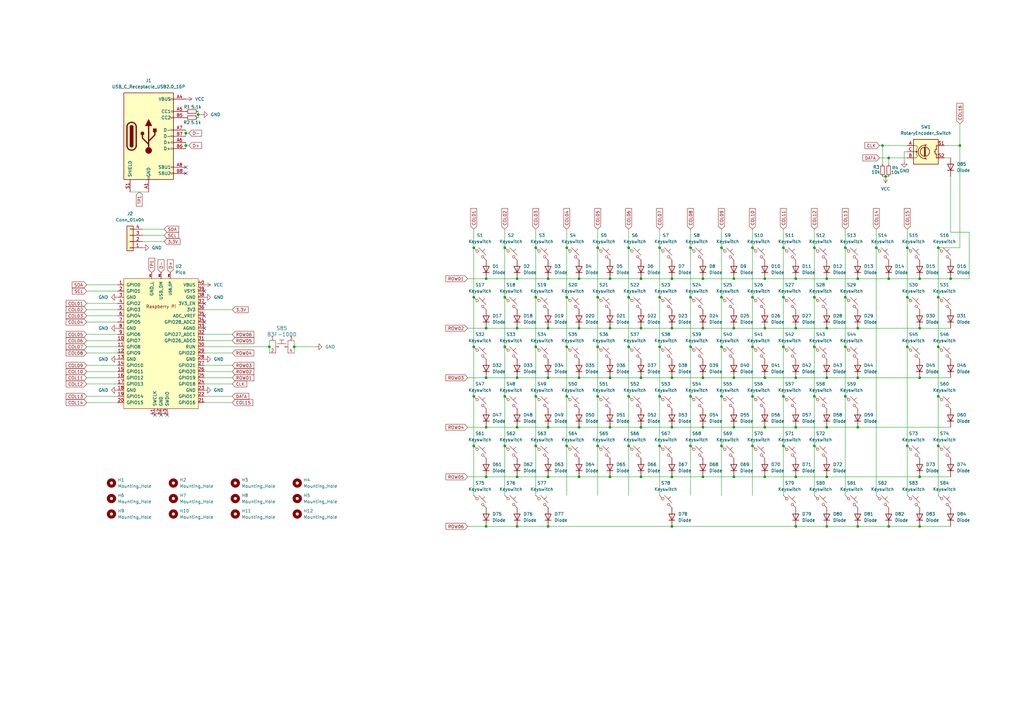
<source format=kicad_sch>
(kicad_sch (version 20230121) (generator eeschema)
  (paper "A3")
  (title_block (title "KStone75%") (date "2024-02-04") (rev "1.0"))
  (lib_symbols
    (symbol "Connector:USB_C_Receptacle_USB2.0_16P" (pin_names (offset 1.016))
      (property "Reference" "J" (at 0 22.225 0))
      (property "Value" "USB_C_Receptacle_USB2.0_16P" (at 0 19.685 0))
      (symbol "USB_C_Receptacle_USB2.0_16P_1_1"
        (pin passive line (at 0 -22.86 90) (length 5.08) (name "GND") (number "A1"))
        (pin passive line (at 0 -22.86 90) (length 5.08) hide (name "GND") (number "A12"))
        (pin passive line (at 15.24 15.24 180) (length 5.08) (name "VBUS") (number "A4"))
        (pin bidirectional line (at 15.24 10.16 180) (length 5.08) (name "CC1") (number "A5"))
        (pin bidirectional line (at 15.24 -2.54 180) (length 5.08) (name "D+") (number "A6"))
        (pin bidirectional line (at 15.24 2.54 180) (length 5.08) (name "D-") (number "A7"))
        (pin bidirectional line (at 15.24 -12.7 180) (length 5.08) (name "SBU1") (number "A8"))
        (pin passive line (at 15.24 15.24 180) (length 5.08) hide (name "VBUS") (number "A9"))
        (pin passive line (at 0 -22.86 90) (length 5.08) hide (name "GND") (number "B1"))
        (pin passive line (at 0 -22.86 90) (length 5.08) hide (name "GND") (number "B12"))
        (pin passive line (at 15.24 15.24 180) (length 5.08) hide (name "VBUS") (number "B4"))
        (pin bidirectional line (at 15.24 7.62 180) (length 5.08) (name "CC2") (number "B5"))
        (pin bidirectional line (at 15.24 -5.08 180) (length 5.08) (name "D+") (number "B6"))
        (pin bidirectional line (at 15.24 0 180) (length 5.08) (name "D-") (number "B7"))
        (pin bidirectional line (at 15.24 -15.24 180) (length 5.08) (name "SBU2") (number "B8"))
        (pin passive line (at 15.24 15.24 180) (length 5.08) hide (name "VBUS") (number "B9"))
        (pin passive line (at -7.62 -22.86 90) (length 5.08) (name "SHIELD") (number "S1"))
      )
    )
    (symbol "Connector_Generic:Conn_01x04" (pin_names (offset 1.016) hide)
      (property "Reference" "J" (at 0 5.08 0))
      (property "Value" "Conn_01x04" (at 0 -7.62 0))
      (symbol "Conn_01x04_1_1"
        (pin passive line (at -5.08 2.54 0) (length 3.81) (name "Pin_1") (number "1"))
        (pin passive line (at -5.08 0 0) (length 3.81) (name "Pin_2") (number "2"))
        (pin passive line (at -5.08 -2.54 0) (length 3.81) (name "Pin_3") (number "3"))
        (pin passive line (at -5.08 -5.08 0) (length 3.81) (name "Pin_4") (number "4"))
      )
    )
    (symbol "Device:R_Small" (pin_numbers hide) (pin_names (offset 0.254) hide)
      (property "Reference" "R" (at 0.762 0.508 0))
      (property "Value" "R_Small" (at 0.762 -1.016 0))
      (symbol "R_Small_1_1"
        (pin passive line (at 0 2.54 270) (length 0.762) (name "~") (number "1"))
        (pin passive line (at 0 -2.54 90) (length 0.762) (name "~") (number "2"))
      )
    )
    (symbol "Device:RotaryEncoder_Switch" (pin_names (offset 0.254) hide)
      (property "Reference" "SW" (at 0 6.604 0))
      (property "Value" "RotaryEncoder_Switch" (at 0 -6.604 0))
      (symbol "RotaryEncoder_Switch_1_1"
        (pin passive line (at -7.62 2.54 0) (length 2.54) (name "A") (number "A"))
        (pin passive line (at -7.62 -2.54 0) (length 2.54) (name "B") (number "B"))
        (pin passive line (at -7.62 0 0) (length 2.54) (name "C") (number "C"))
        (pin passive line (at 7.62 2.54 180) (length 2.54) (name "S1") (number "S1"))
        (pin passive line (at 7.62 -2.54 180) (length 2.54) (name "S2") (number "S2"))
      )
    )
    (symbol "MCU_RaspberryPi_and_Boards:Pico" (pin_names (offset 1.016))
      (property "Reference" "U" (at -13.97 27.94 0))
      (property "Value" "Pico" (at 0 12.7 0))
      (symbol "Pico_0_0"
        (text "Raspberry Pi" (at 0 15.24 0) (effects (font (size 1.27 1.27))))
      )
      (symbol "Pico_1_1"
        (pin bidirectional line (at -17.78 24.13 0) (length 2.54) (name "GPIO0") (number "1"))
        (pin bidirectional line (at -17.78 1.27 0) (length 2.54) (name "GPIO7") (number "10"))
        (pin bidirectional line (at -17.78 -1.27 0) (length 2.54) (name "GPIO8") (number "11"))
        (pin bidirectional line (at -17.78 -3.81 0) (length 2.54) (name "GPIO9") (number "12"))
        (pin power_in line (at -17.78 -6.35 0) (length 2.54) (name "GND") (number "13"))
        (pin bidirectional line (at -17.78 -8.89 0) (length 2.54) (name "GPIO10") (number "14"))
        (pin bidirectional line (at -17.78 -11.43 0) (length 2.54) (name "GPIO11") (number "15"))
        (pin bidirectional line (at -17.78 -13.97 0) (length 2.54) (name "GPIO12") (number "16"))
        (pin bidirectional line (at -17.78 -16.51 0) (length 2.54) (name "GPIO13") (number "17"))
        (pin power_in line (at -17.78 -19.05 0) (length 2.54) (name "GND") (number "18"))
        (pin bidirectional line (at -17.78 -21.59 0) (length 2.54) (name "GPIO14") (number "19"))
        (pin bidirectional line (at -17.78 21.59 0) (length 2.54) (name "GPIO1") (number "2"))
        (pin bidirectional line (at -17.78 -24.13 0) (length 2.54) (name "GPIO15") (number "20"))
        (pin bidirectional line (at 17.78 -24.13 180) (length 2.54) (name "GPIO16") (number "21"))
        (pin bidirectional line (at 17.78 -21.59 180) (length 2.54) (name "GPIO17") (number "22"))
        (pin power_in line (at 17.78 -19.05 180) (length 2.54) (name "GND") (number "23"))
        (pin bidirectional line (at 17.78 -16.51 180) (length 2.54) (name "GPIO18") (number "24"))
        (pin bidirectional line (at 17.78 -13.97 180) (length 2.54) (name "GPIO19") (number "25"))
        (pin bidirectional line (at 17.78 -11.43 180) (length 2.54) (name "GPIO20") (number "26"))
        (pin bidirectional line (at 17.78 -8.89 180) (length 2.54) (name "GPIO21") (number "27"))
        (pin power_in line (at 17.78 -6.35 180) (length 2.54) (name "GND") (number "28"))
        (pin bidirectional line (at 17.78 -3.81 180) (length 2.54) (name "GPIO22") (number "29"))
        (pin power_in line (at -17.78 19.05 0) (length 2.54) (name "GND") (number "3"))
        (pin input line (at 17.78 -1.27 180) (length 2.54) (name "RUN") (number "30"))
        (pin bidirectional line (at 17.78 1.27 180) (length 2.54) (name "GPIO26_ADC0") (number "31"))
        (pin bidirectional line (at 17.78 3.81 180) (length 2.54) (name "GPIO27_ADC1") (number "32"))
        (pin power_in line (at 17.78 6.35 180) (length 2.54) (name "AGND") (number "33"))
        (pin bidirectional line (at 17.78 8.89 180) (length 2.54) (name "GPIO28_ADC2") (number "34"))
        (pin unspecified line (at 17.78 11.43 180) (length 2.54) (name "ADC_VREF") (number "35"))
        (pin unspecified line (at 17.78 13.97 180) (length 2.54) (name "3V3") (number "36"))
        (pin input line (at 17.78 16.51 180) (length 2.54) (name "3V3_EN") (number "37"))
        (pin bidirectional line (at 17.78 19.05 180) (length 2.54) (name "GND") (number "38"))
        (pin unspecified line (at 17.78 21.59 180) (length 2.54) (name "VSYS") (number "39"))
        (pin bidirectional line (at -17.78 16.51 0) (length 2.54) (name "GPIO2") (number "4"))
        (pin unspecified line (at 17.78 24.13 180) (length 2.54) (name "VBUS") (number "40"))
        (pin input line (at -2.54 -29.21 90) (length 2.54) (name "SWCLK") (number "41"))
        (pin power_in line (at 0 -29.21 90) (length 2.54) (name "GND") (number "42"))
        (pin bidirectional line (at 2.54 -29.21 90) (length 2.54) (name "SWDIO") (number "43"))
        (pin bidirectional line (at -17.78 13.97 0) (length 2.54) (name "GPIO3") (number "5"))
        (pin bidirectional line (at -17.78 11.43 0) (length 2.54) (name "GPIO4") (number "6"))
        (pin bidirectional line (at -17.78 8.89 0) (length 2.54) (name "GPIO5") (number "7"))
        (pin power_in line (at -17.78 6.35 0) (length 2.54) (name "GND") (number "8"))
        (pin bidirectional line (at -17.78 3.81 0) (length 2.54) (name "GPIO6") (number "9"))
        (pin bidirectional line (at -3.81 29.21 270) (length 2.54) (name "GND_L") (number "TP1"))
        (pin bidirectional line (at 0 29.21 270) (length 2.54) (name "USB_DM") (number "TP2"))
        (pin bidirectional line (at 3.81 29.21 270) (length 2.54) (name "USB_DP") (number "TP3"))
      )
    )
    (symbol "ScottoKeebs:Placeholder_Diode" (pin_numbers hide) (pin_names hide)
      (property "Reference" "D" (at 0 2.54 0))
      (property "Value" "Diode" (at 0 -2.54 0))
      (symbol "Placeholder_Diode_1_1"
        (pin passive line (at -3.81 0 0) (length 2.54) (name "K") (number "1"))
        (pin passive line (at 3.81 0 180) (length 2.54) (name "A") (number "2"))
      )
    )
    (symbol "ScottoKeebs:Placeholder_Keyswitch" (pin_numbers hide) (pin_names (offset 1.016) hide)
      (property "Reference" "S" (at 3.048 1.016 0))
      (property "Value" "Keyswitch" (at 0 -3.81 0))
      (symbol "Placeholder_Keyswitch_0_1"
        (pin passive line (at -2.54 2.54 0) (length 0) (name "1") (number "1"))
        (pin passive line (at 2.54 -2.54 180) (length 0) (name "2") (number "2"))
      )
    )
    (symbol "ScottoKeebs:Placeholder_Mounting_Hole" (pin_names (offset 1.016))
      (property "Reference" "H" (at 0 5.08 0))
      (property "Value" "Mounting_Hole" (at 0 3.175 0))
    )
    (symbol "dk_Tactile-Switches:B3F-1000" (pin_names (offset 1.016))
      (property "Reference" "S" (at 0 5.08 0))
      (property "Value" "B3F-1000" (at 0 -5.08 0))
      (symbol "B3F-1000_1_1"
        (pin passive line (at -5.08 2.54 0) (length 2.54) (name "~") (number "1"))
        (pin passive line (at -5.08 -2.54 0) (length 2.54) (name "~") (number "2"))
        (pin passive line (at 5.08 2.54 180) (length 2.54) (name "~") (number "3"))
        (pin passive line (at 5.08 -2.54 180) (length 2.54) (name "~") (number "4"))
      )
    )
    (symbol "power:GND" (power) (pin_names (offset 0))
      (property "Value" "GND" (at 0 -3.81 0))
      (symbol "GND_1_1"
        (pin power_in line (at 0 0 270) (length 0) hide (name "GND") (number "1"))
      )
    )
    (symbol "power:VCC" (power) (pin_names (offset 0))
      (property "Value" "VCC" (at 0 3.81 0))
      (symbol "VCC_1_1"
        (pin power_in line (at 0 0 90) (length 0) hide (name "VCC") (number "1"))
      )
    )
  )
  (junction (at 199.39 114.3))
  (junction (at 237.49 154.94))
  (junction (at 377.19 114.3))
  (junction (at 326.39 134.62))
  (junction (at 321.31 162.56))
  (junction (at 288.29 195.58))
  (junction (at 110.49 142.24))
  (junction (at 313.69 114.3))
  (junction (at 313.69 134.62))
  (junction (at 393.7 59.69))
  (junction (at 283.21 121.92))
  (junction (at 245.11 142.24))
  (junction (at 224.79 154.94))
  (junction (at 334.01 101.6))
  (junction (at 288.29 154.94))
  (junction (at 351.79 215.9))
  (junction (at 377.19 195.58))
  (junction (at 377.19 134.62))
  (junction (at 262.89 175.26))
  (junction (at 313.69 195.58))
  (junction (at 372.11 121.92))
  (junction (at 313.69 154.94))
  (junction (at 257.81 142.24))
  (junction (at 194.31 162.56))
  (junction (at 295.91 142.24))
  (junction (at 326.39 114.3))
  (junction (at 199.39 134.62))
  (junction (at 219.71 142.24))
  (junction (at 283.21 182.88))
  (junction (at 199.39 154.94))
  (junction (at 194.31 142.24))
  (junction (at 384.81 182.88))
  (junction (at 194.31 182.88))
  (junction (at 250.19 175.26))
  (junction (at 76.2 59.69))
  (junction (at 212.09 215.9))
  (junction (at 295.91 182.88))
  (junction (at 334.01 121.92))
  (junction (at 76.2 54.61))
  (junction (at 275.59 154.94))
  (junction (at 300.99 154.94))
  (junction (at 262.89 114.3))
  (junction (at 250.19 134.62))
  (junction (at 212.09 175.26))
  (junction (at 346.71 142.24))
  (junction (at 257.81 101.6))
  (junction (at 326.39 215.9))
  (junction (at 364.49 114.3))
  (junction (at 207.01 182.88))
  (junction (at 232.41 142.24))
  (junction (at 372.11 182.88))
  (junction (at 224.79 215.9))
  (junction (at 262.89 195.58))
  (junction (at 262.89 134.62))
  (junction (at 275.59 215.9))
  (junction (at 232.41 121.92))
  (junction (at 308.61 182.88))
  (junction (at 224.79 134.62))
  (junction (at 270.51 182.88))
  (junction (at 351.79 175.26))
  (junction (at 283.21 142.24))
  (junction (at 326.39 154.94))
  (junction (at 321.31 121.92))
  (junction (at 275.59 175.26))
  (junction (at 334.01 142.24))
  (junction (at 120.65 142.24))
  (junction (at 270.51 121.92))
  (junction (at 359.41 101.6))
  (junction (at 364.49 64.77))
  (junction (at 372.11 142.24))
  (junction (at 346.71 121.92))
  (junction (at 194.31 121.92))
  (junction (at 81.28 46.99))
  (junction (at 199.39 175.26))
  (junction (at 321.31 142.24))
  (junction (at 364.49 215.9))
  (junction (at 334.01 162.56))
  (junction (at 224.79 114.3))
  (junction (at 270.51 101.6))
  (junction (at 212.09 134.62))
  (junction (at 313.69 175.26))
  (junction (at 339.09 134.62))
  (junction (at 288.29 175.26))
  (junction (at 224.79 175.26))
  (junction (at 250.19 114.3))
  (junction (at 339.09 215.9))
  (junction (at 321.31 101.6))
  (junction (at 321.31 182.88))
  (junction (at 245.11 121.92))
  (junction (at 232.41 182.88))
  (junction (at 295.91 162.56))
  (junction (at 262.89 154.94))
  (junction (at 207.01 142.24))
  (junction (at 334.01 182.88))
  (junction (at 257.81 162.56))
  (junction (at 339.09 195.58))
  (junction (at 288.29 114.3))
  (junction (at 207.01 101.6))
  (junction (at 346.71 101.6))
  (junction (at 194.31 101.6))
  (junction (at 300.99 134.62))
  (junction (at 199.39 195.58))
  (junction (at 351.79 134.62))
  (junction (at 283.21 101.6))
  (junction (at 361.95 59.69))
  (junction (at 339.09 114.3))
  (junction (at 351.79 154.94))
  (junction (at 339.09 175.26))
  (junction (at 232.41 101.6))
  (junction (at 384.81 142.24))
  (junction (at 250.19 154.94))
  (junction (at 339.09 154.94))
  (junction (at 219.71 182.88))
  (junction (at 245.11 162.56))
  (junction (at 346.71 162.56))
  (junction (at 270.51 142.24))
  (junction (at 295.91 101.6))
  (junction (at 384.81 121.92))
  (junction (at 377.19 154.94))
  (junction (at 237.49 175.26))
  (junction (at 275.59 134.62))
  (junction (at 245.11 182.88))
  (junction (at 232.41 162.56))
  (junction (at 270.51 162.56))
  (junction (at 237.49 114.3))
  (junction (at 308.61 162.56))
  (junction (at 275.59 195.58))
  (junction (at 308.61 121.92))
  (junction (at 300.99 114.3))
  (junction (at 257.81 182.88))
  (junction (at 308.61 142.24))
  (junction (at 326.39 195.58))
  (junction (at 237.49 134.62))
  (junction (at 219.71 121.92))
  (junction (at 288.29 134.62))
  (junction (at 250.19 195.58))
  (junction (at 245.11 101.6))
  (junction (at 207.01 162.56))
  (junction (at 275.59 114.3))
  (junction (at 207.01 121.92))
  (junction (at 326.39 175.26))
  (junction (at 384.81 101.6))
  (junction (at 351.79 114.3))
  (junction (at 219.71 101.6))
  (junction (at 212.09 154.94))
  (junction (at 372.11 101.6))
  (junction (at 295.91 121.92))
  (junction (at 300.99 195.58))
  (junction (at 224.79 195.58))
  (junction (at 377.19 215.9))
  (junction (at 308.61 101.6))
  (junction (at 199.39 215.9))
  (junction (at 237.49 195.58))
  (junction (at 389.89 114.3))
  (junction (at 212.09 114.3))
  (junction (at 384.81 162.56))
  (junction (at 363.22 72.39))
  (junction (at 300.99 175.26))
  (junction (at 219.71 162.56))
  (junction (at 212.09 195.58))
  (junction (at 257.81 121.92))
  (junction (at 283.21 162.56))
  (no_connect (at 63.5 170.18))
  (no_connect (at 83.82 124.46))
  (no_connect (at 83.82 132.08))
  (no_connect (at 83.82 134.62))
  (no_connect (at 66.04 170.18))
  (no_connect (at 76.2 71.12))
  (no_connect (at 76.2 68.58))
  (no_connect (at 83.82 119.38))
  (no_connect (at 83.82 129.54))
  (no_connect (at 68.58 170.18))
  (wire (pts (xy 283.21 93.98) (xy 283.21 101.6)))
  (wire (pts (xy 295.91 162.56) (xy 295.91 182.88)))
  (wire (pts (xy 35.56 116.84) (xy 48.26 116.84)))
  (wire (pts (xy 346.71 93.98) (xy 346.71 101.6)))
  (wire (pts (xy 67.31 96.52) (xy 58.42 96.52)))
  (wire (pts (xy 262.89 175.26) (xy 275.59 175.26)))
  (wire (pts (xy 35.56 144.78) (xy 48.26 144.78)))
  (wire (pts (xy 275.59 195.58) (xy 288.29 195.58)))
  (wire (pts (xy 283.21 101.6) (xy 283.21 121.92)))
  (wire (pts (xy 326.39 114.3) (xy 339.09 114.3)))
  (wire (pts (xy 300.99 175.26) (xy 313.69 175.26)))
  (wire (pts (xy 95.25 127) (xy 83.82 127)))
  (wire (pts (xy 288.29 114.3) (xy 300.99 114.3)))
  (wire (pts (xy 191.77 195.58) (xy 199.39 195.58)))
  (wire (pts (xy 250.19 154.94) (xy 262.89 154.94)))
  (wire (pts (xy 83.82 152.4) (xy 95.25 152.4)))
  (wire (pts (xy 35.56 137.16) (xy 48.26 137.16)))
  (wire (pts (xy 81.28 45.72) (xy 81.28 46.99)))
  (wire (pts (xy 295.91 142.24) (xy 295.91 162.56)))
  (wire (pts (xy 372.11 93.98) (xy 372.11 101.6)))
  (wire (pts (xy 275.59 114.3) (xy 288.29 114.3)))
  (wire (pts (xy 295.91 101.6) (xy 295.91 121.92)))
  (wire (pts (xy 360.68 64.77) (xy 364.49 64.77)))
  (wire (pts (xy 207.01 142.24) (xy 207.01 162.56)))
  (wire (pts (xy 257.81 142.24) (xy 257.81 162.56)))
  (wire (pts (xy 83.82 139.7) (xy 95.25 139.7)))
  (wire (pts (xy 288.29 134.62) (xy 300.99 134.62)))
  (wire (pts (xy 295.91 121.92) (xy 295.91 142.24)))
  (wire (pts (xy 372.11 182.88) (xy 372.11 203.2)))
  (wire (pts (xy 262.89 154.94) (xy 275.59 154.94)))
  (wire (pts (xy 250.19 134.62) (xy 262.89 134.62)))
  (wire (pts (xy 212.09 215.9) (xy 224.79 215.9)))
  (wire (pts (xy 393.7 101.6) (xy 393.7 59.69)))
  (wire (pts (xy 389.89 72.39) (xy 389.89 95.25)))
  (wire (pts (xy 245.11 93.98) (xy 245.11 101.6)))
  (wire (pts (xy 313.69 195.58) (xy 326.39 195.58)))
  (wire (pts (xy 232.41 93.98) (xy 232.41 101.6)))
  (wire (pts (xy 361.95 72.39) (xy 363.22 72.39)))
  (wire (pts (xy 393.7 50.8) (xy 393.7 59.69)))
  (wire (pts (xy 308.61 93.98) (xy 308.61 101.6)))
  (wire (pts (xy 35.56 154.94) (xy 48.26 154.94)))
  (wire (pts (xy 232.41 162.56) (xy 232.41 182.88)))
  (wire (pts (xy 377.19 134.62) (xy 389.89 134.62)))
  (wire (pts (xy 283.21 182.88) (xy 283.21 203.2)))
  (wire (pts (xy 219.71 101.6) (xy 219.71 121.92)))
  (wire (pts (xy 83.82 154.94) (xy 95.25 154.94)))
  (wire (pts (xy 35.56 165.1) (xy 48.26 165.1)))
  (wire (pts (xy 224.79 154.94) (xy 237.49 154.94)))
  (wire (pts (xy 83.82 165.1) (xy 95.25 165.1)))
  (wire (pts (xy 275.59 134.62) (xy 288.29 134.62)))
  (wire (pts (xy 237.49 134.62) (xy 250.19 134.62)))
  (wire (pts (xy 339.09 215.9) (xy 351.79 215.9)))
  (wire (pts (xy 83.82 137.16) (xy 95.25 137.16)))
  (wire (pts (xy 245.11 121.92) (xy 245.11 142.24)))
  (wire (pts (xy 384.81 121.92) (xy 384.81 142.24)))
  (wire (pts (xy 295.91 182.88) (xy 295.91 203.2)))
  (wire (pts (xy 270.51 142.24) (xy 270.51 162.56)))
  (wire (pts (xy 237.49 114.3) (xy 250.19 114.3)))
  (wire (pts (xy 300.99 154.94) (xy 313.69 154.94)))
  (wire (pts (xy 351.79 154.94) (xy 377.19 154.94)))
  (wire (pts (xy 270.51 121.92) (xy 270.51 142.24)))
  (wire (pts (xy 207.01 93.98) (xy 207.01 101.6)))
  (wire (pts (xy 326.39 215.9) (xy 339.09 215.9)))
  (wire (pts (xy 67.31 93.98) (xy 58.42 93.98)))
  (wire (pts (xy 313.69 134.62) (xy 326.39 134.62)))
  (wire (pts (xy 364.49 215.9) (xy 377.19 215.9)))
  (wire (pts (xy 224.79 175.26) (xy 237.49 175.26)))
  (wire (pts (xy 250.19 175.26) (xy 262.89 175.26)))
  (wire (pts (xy 110.49 142.24) (xy 110.49 144.78)))
  (wire (pts (xy 326.39 175.26) (xy 339.09 175.26)))
  (wire (pts (xy 219.71 121.92) (xy 219.71 142.24)))
  (wire (pts (xy 308.61 142.24) (xy 308.61 162.56)))
  (wire (pts (xy 207.01 182.88) (xy 207.01 203.2)))
  (wire (pts (xy 359.41 93.98) (xy 359.41 101.6)))
  (wire (pts (xy 387.35 64.77) (xy 389.89 64.77)))
  (wire (pts (xy 346.71 121.92) (xy 346.71 142.24)))
  (wire (pts (xy 35.56 124.46) (xy 48.26 124.46)))
  (wire (pts (xy 194.31 93.98) (xy 194.31 101.6)))
  (wire (pts (xy 257.81 121.92) (xy 257.81 142.24)))
  (wire (pts (xy 35.56 152.4) (xy 48.26 152.4)))
  (wire (pts (xy 288.29 195.58) (xy 300.99 195.58)))
  (wire (pts (xy 77.47 54.61) (xy 76.2 54.61)))
  (wire (pts (xy 224.79 215.9) (xy 275.59 215.9)))
  (wire (pts (xy 288.29 175.26) (xy 300.99 175.26)))
  (wire (pts (xy 346.71 162.56) (xy 346.71 203.2)))
  (wire (pts (xy 321.31 101.6) (xy 321.31 121.92)))
  (wire (pts (xy 212.09 195.58) (xy 224.79 195.58)))
  (wire (pts (xy 257.81 93.98) (xy 257.81 101.6)))
  (wire (pts (xy 207.01 121.92) (xy 207.01 142.24)))
  (wire (pts (xy 377.19 215.9) (xy 389.89 215.9)))
  (wire (pts (xy 308.61 101.6) (xy 308.61 121.92)))
  (wire (pts (xy 346.71 101.6) (xy 346.71 121.92)))
  (wire (pts (xy 35.56 157.48) (xy 48.26 157.48)))
  (wire (pts (xy 384.81 101.6) (xy 384.81 121.92)))
  (wire (pts (xy 377.19 114.3) (xy 389.89 114.3)))
  (wire (pts (xy 351.79 175.26) (xy 389.89 175.26)))
  (wire (pts (xy 232.41 142.24) (xy 232.41 162.56)))
  (wire (pts (xy 245.11 162.56) (xy 245.11 182.88)))
  (wire (pts (xy 321.31 121.92) (xy 321.31 142.24)))
  (wire (pts (xy 219.71 162.56) (xy 219.71 182.88)))
  (wire (pts (xy 191.77 154.94) (xy 199.39 154.94)))
  (wire (pts (xy 389.89 114.3) (xy 397.51 114.3)))
  (wire (pts (xy 300.99 114.3) (xy 313.69 114.3)))
  (wire (pts (xy 219.71 142.24) (xy 219.71 162.56)))
  (wire (pts (xy 212.09 114.3) (xy 224.79 114.3)))
  (wire (pts (xy 76.2 53.34) (xy 76.2 54.61)))
  (wire (pts (xy 384.81 162.56) (xy 384.81 182.88)))
  (wire (pts (xy 76.2 58.42) (xy 76.2 59.69)))
  (wire (pts (xy 35.56 139.7) (xy 48.26 139.7)))
  (wire (pts (xy 199.39 154.94) (xy 212.09 154.94)))
  (wire (pts (xy 191.77 215.9) (xy 199.39 215.9)))
  (wire (pts (xy 250.19 114.3) (xy 262.89 114.3)))
  (wire (pts (xy 351.79 114.3) (xy 364.49 114.3)))
  (wire (pts (xy 370.84 66.04) (xy 370.84 62.23)))
  (wire (pts (xy 35.56 162.56) (xy 48.26 162.56)))
  (wire (pts (xy 339.09 154.94) (xy 351.79 154.94)))
  (wire (pts (xy 232.41 182.88) (xy 232.41 203.2)))
  (wire (pts (xy 76.2 54.61) (xy 76.2 55.88)))
  (wire (pts (xy 207.01 101.6) (xy 207.01 121.92)))
  (wire (pts (xy 237.49 195.58) (xy 250.19 195.58)))
  (wire (pts (xy 370.84 62.23) (xy 372.11 62.23)))
  (wire (pts (xy 308.61 182.88) (xy 308.61 203.2)))
  (wire (pts (xy 237.49 154.94) (xy 250.19 154.94)))
  (wire (pts (xy 359.41 101.6) (xy 359.41 203.2)))
  (wire (pts (xy 364.49 64.77) (xy 364.49 67.31)))
  (wire (pts (xy 384.81 101.6) (xy 393.7 101.6)))
  (wire (pts (xy 199.39 114.3) (xy 212.09 114.3)))
  (wire (pts (xy 334.01 142.24) (xy 334.01 162.56)))
  (wire (pts (xy 351.79 134.62) (xy 377.19 134.62)))
  (wire (pts (xy 83.82 157.48) (xy 95.25 157.48)))
  (wire (pts (xy 270.51 182.88) (xy 270.51 203.2)))
  (wire (pts (xy 194.31 162.56) (xy 194.31 182.88)))
  (wire (pts (xy 35.56 149.86) (xy 48.26 149.86)))
  (wire (pts (xy 245.11 142.24) (xy 245.11 162.56)))
  (wire (pts (xy 384.81 142.24) (xy 384.81 162.56)))
  (wire (pts (xy 35.56 127) (xy 48.26 127)))
  (wire (pts (xy 300.99 195.58) (xy 313.69 195.58)))
  (wire (pts (xy 361.95 59.69) (xy 372.11 59.69)))
  (wire (pts (xy 194.31 101.6) (xy 194.31 121.92)))
  (wire (pts (xy 76.2 59.69) (xy 76.2 60.96)))
  (wire (pts (xy 35.56 132.08) (xy 48.26 132.08)))
  (wire (pts (xy 120.65 139.7) (xy 120.65 142.24)))
  (wire (pts (xy 339.09 114.3) (xy 351.79 114.3)))
  (wire (pts (xy 360.68 59.69) (xy 361.95 59.69)))
  (wire (pts (xy 250.19 195.58) (xy 262.89 195.58)))
  (wire (pts (xy 334.01 162.56) (xy 334.01 182.88)))
  (wire (pts (xy 389.89 95.25) (xy 397.51 95.25)))
  (wire (pts (xy 377.19 154.94) (xy 389.89 154.94)))
  (wire (pts (xy 219.71 93.98) (xy 219.71 101.6)))
  (wire (pts (xy 346.71 142.24) (xy 346.71 162.56)))
  (wire (pts (xy 364.49 114.3) (xy 377.19 114.3)))
  (wire (pts (xy 245.11 101.6) (xy 245.11 121.92)))
  (wire (pts (xy 257.81 162.56) (xy 257.81 182.88)))
  (wire (pts (xy 110.49 142.24) (xy 110.49 139.7)))
  (wire (pts (xy 295.91 93.98) (xy 295.91 101.6)))
  (wire (pts (xy 199.39 134.62) (xy 212.09 134.62)))
  (wire (pts (xy 339.09 195.58) (xy 377.19 195.58)))
  (wire (pts (xy 321.31 162.56) (xy 321.31 182.88)))
  (wire (pts (xy 76.2 59.69) (xy 77.47 59.69)))
  (wire (pts (xy 262.89 114.3) (xy 275.59 114.3)))
  (wire (pts (xy 257.81 101.6) (xy 257.81 121.92)))
  (wire (pts (xy 351.79 215.9) (xy 364.49 215.9)))
  (wire (pts (xy 270.51 162.56) (xy 270.51 182.88)))
  (wire (pts (xy 326.39 195.58) (xy 339.09 195.58)))
  (wire (pts (xy 194.31 142.24) (xy 194.31 162.56)))
  (wire (pts (xy 275.59 215.9) (xy 326.39 215.9)))
  (wire (pts (xy 321.31 142.24) (xy 321.31 162.56)))
  (wire (pts (xy 81.28 46.99) (xy 82.55 46.99)))
  (wire (pts (xy 212.09 134.62) (xy 224.79 134.62)))
  (wire (pts (xy 300.99 134.62) (xy 313.69 134.62)))
  (wire (pts (xy 35.56 119.38) (xy 48.26 119.38)))
  (wire (pts (xy 237.49 175.26) (xy 250.19 175.26)))
  (wire (pts (xy 191.77 175.26) (xy 199.39 175.26)))
  (wire (pts (xy 377.19 195.58) (xy 389.89 195.58)))
  (wire (pts (xy 363.22 72.39) (xy 364.49 72.39)))
  (wire (pts (xy 35.56 129.54) (xy 48.26 129.54)))
  (wire (pts (xy 384.81 182.88) (xy 384.81 203.2)))
  (wire (pts (xy 191.77 114.3) (xy 199.39 114.3)))
  (wire (pts (xy 212.09 154.94) (xy 224.79 154.94)))
  (wire (pts (xy 83.82 149.86) (xy 95.25 149.86)))
  (wire (pts (xy 83.82 162.56) (xy 95.25 162.56)))
  (wire (pts (xy 219.71 182.88) (xy 219.71 203.2)))
  (wire (pts (xy 262.89 134.62) (xy 275.59 134.62)))
  (wire (pts (xy 308.61 162.56) (xy 308.61 182.88)))
  (wire (pts (xy 334.01 93.98) (xy 334.01 101.6)))
  (wire (pts (xy 212.09 175.26) (xy 224.79 175.26)))
  (wire (pts (xy 308.61 121.92) (xy 308.61 142.24)))
  (wire (pts (xy 334.01 182.88) (xy 334.01 203.2)))
  (wire (pts (xy 120.65 142.24) (xy 129.54 142.24)))
  (wire (pts (xy 283.21 162.56) (xy 283.21 182.88)))
  (wire (pts (xy 387.35 59.69) (xy 393.7 59.69)))
  (wire (pts (xy 326.39 154.94) (xy 339.09 154.94)))
  (wire (pts (xy 257.81 182.88) (xy 257.81 203.2)))
  (wire (pts (xy 288.29 154.94) (xy 300.99 154.94)))
  (wire (pts (xy 199.39 175.26) (xy 212.09 175.26)))
  (wire (pts (xy 262.89 195.58) (xy 275.59 195.58)))
  (wire (pts (xy 372.11 101.6) (xy 372.11 121.92)))
  (wire (pts (xy 270.51 101.6) (xy 270.51 121.92)))
  (wire (pts (xy 339.09 175.26) (xy 351.79 175.26)))
  (wire (pts (xy 224.79 114.3) (xy 237.49 114.3)))
  (wire (pts (xy 326.39 134.62) (xy 339.09 134.62)))
  (wire (pts (xy 270.51 93.98) (xy 270.51 101.6)))
  (wire (pts (xy 245.11 182.88) (xy 245.11 203.2)))
  (wire (pts (xy 275.59 154.94) (xy 288.29 154.94)))
  (wire (pts (xy 275.59 175.26) (xy 288.29 175.26)))
  (wire (pts (xy 232.41 121.92) (xy 232.41 142.24)))
  (wire (pts (xy 232.41 101.6) (xy 232.41 121.92)))
  (wire (pts (xy 372.11 142.24) (xy 372.11 182.88)))
  (wire (pts (xy 83.82 144.78) (xy 95.25 144.78)))
  (wire (pts (xy 207.01 162.56) (xy 207.01 182.88)))
  (wire (pts (xy 83.82 142.24) (xy 110.49 142.24)))
  (wire (pts (xy 372.11 64.77) (xy 364.49 64.77)))
  (wire (pts (xy 321.31 93.98) (xy 321.31 101.6)))
  (wire (pts (xy 35.56 142.24) (xy 48.26 142.24)))
  (wire (pts (xy 339.09 134.62) (xy 351.79 134.62)))
  (wire (pts (xy 199.39 215.9) (xy 212.09 215.9)))
  (wire (pts (xy 194.31 121.92) (xy 194.31 142.24)))
  (wire (pts (xy 81.28 46.99) (xy 81.28 48.26)))
  (wire (pts (xy 313.69 175.26) (xy 326.39 175.26)))
  (wire (pts (xy 194.31 182.88) (xy 194.31 203.2)))
  (wire (pts (xy 53.34 78.74) (xy 60.96 78.74)))
  (wire (pts (xy 224.79 134.62) (xy 237.49 134.62)))
  (wire (pts (xy 334.01 101.6) (xy 334.01 121.92)))
  (wire (pts (xy 313.69 114.3) (xy 326.39 114.3)))
  (wire (pts (xy 283.21 142.24) (xy 283.21 162.56)))
  (wire (pts (xy 321.31 182.88) (xy 321.31 203.2)))
  (wire (pts (xy 191.77 134.62) (xy 199.39 134.62)))
  (wire (pts (xy 361.95 59.69) (xy 361.95 67.31)))
  (wire (pts (xy 120.65 144.78) (xy 120.65 142.24)))
  (wire (pts (xy 199.39 195.58) (xy 212.09 195.58)))
  (wire (pts (xy 372.11 121.92) (xy 372.11 142.24)))
  (wire (pts (xy 313.69 154.94) (xy 326.39 154.94)))
  (wire (pts (xy 224.79 195.58) (xy 237.49 195.58)))
  (wire (pts (xy 397.51 95.25) (xy 397.51 114.3)))
  (wire (pts (xy 67.31 99.06) (xy 58.42 99.06)))
  (wire (pts (xy 283.21 121.92) (xy 283.21 142.24)))
  (wire (pts (xy 334.01 121.92) (xy 334.01 142.24)))
  (global_label "ROW03" (shape input) (at 95.25 149.86 0) (property "Intersheetrefs" "${INTERSHEET_REFS}" (effects hide)))
  (global_label "ROW06" (shape input) (at 95.25 137.16 0) (property "Intersheetrefs" "${INTERSHEET_REFS}" (effects hide)))
  (global_label "D-" (shape input) (at 66.04 111.76 90) (property "Intersheetrefs" "${INTERSHEET_REFS}" (effects hide)))
  (global_label "COL15" (shape input) (at 372.11 93.98 90) (property "Intersheetrefs" "${INTERSHEET_REFS}" (effects hide)))
  (global_label "COL06" (shape input) (at 35.56 139.7 180) (property "Intersheetrefs" "${INTERSHEET_REFS}" (effects hide)))
  (global_label "ROW03" (shape input) (at 191.77 154.94 180) (property "Intersheetrefs" "${INTERSHEET_REFS}" (effects hide)))
  (global_label "COL02" (shape input) (at 207.01 93.98 90) (property "Intersheetrefs" "${INTERSHEET_REFS}" (effects hide)))
  (global_label "ROW01" (shape input) (at 191.77 114.3 180) (property "Intersheetrefs" "${INTERSHEET_REFS}" (effects hide)))
  (global_label "COL02" (shape input) (at 35.56 127 180) (property "Intersheetrefs" "${INTERSHEET_REFS}" (effects hide)))
  (global_label "COL14" (shape input) (at 35.56 165.1 180) (property "Intersheetrefs" "${INTERSHEET_REFS}" (effects hide)))
  (global_label "SCL" (shape input) (at 35.56 119.38 180) (property "Intersheetrefs" "${INTERSHEET_REFS}" (effects hide)))
  (global_label "COL11" (shape input) (at 321.31 93.98 90) (property "Intersheetrefs" "${INTERSHEET_REFS}" (effects hide)))
  (global_label "COL04" (shape input) (at 35.56 132.08 180) (property "Intersheetrefs" "${INTERSHEET_REFS}" (effects hide)))
  (global_label "COL15" (shape input) (at 95.25 165.1 0) (property "Intersheetrefs" "${INTERSHEET_REFS}" (effects hide)))
  (global_label "COL16" (shape input) (at 393.7 50.8 90) (property "Intersheetrefs" "${INTERSHEET_REFS}" (effects hide)))
  (global_label "SDA" (shape input) (at 35.56 116.84 180) (property "Intersheetrefs" "${INTERSHEET_REFS}" (effects hide)))
  (global_label "D-" (shape input) (at 77.47 54.61 0) (property "Intersheetrefs" "${INTERSHEET_REFS}" (effects hide)))
  (global_label "ROW05" (shape input) (at 191.77 195.58 180) (property "Intersheetrefs" "${INTERSHEET_REFS}" (effects hide)))
  (global_label "3.3V" (shape input) (at 67.31 99.06 0) (property "Intersheetrefs" "${INTERSHEET_REFS}" (effects hide)))
  (global_label "ROW02" (shape input) (at 191.77 134.62 180) (property "Intersheetrefs" "${INTERSHEET_REFS}" (effects hide)))
  (global_label "COL03" (shape input) (at 35.56 129.54 180) (property "Intersheetrefs" "${INTERSHEET_REFS}" (effects hide)))
  (global_label "COL03" (shape input) (at 219.71 93.98 90) (property "Intersheetrefs" "${INTERSHEET_REFS}" (effects hide)))
  (global_label "3.3V" (shape input) (at 95.25 127 0) (property "Intersheetrefs" "${INTERSHEET_REFS}" (effects hide)))
  (global_label "COL14" (shape input) (at 359.41 93.98 90) (property "Intersheetrefs" "${INTERSHEET_REFS}" (effects hide)))
  (global_label "COL11" (shape input) (at 35.56 154.94 180) (property "Intersheetrefs" "${INTERSHEET_REFS}" (effects hide)))
  (global_label "COL07" (shape input) (at 270.51 93.98 90) (property "Intersheetrefs" "${INTERSHEET_REFS}" (effects hide)))
  (global_label "COL10" (shape input) (at 35.56 152.4 180) (property "Intersheetrefs" "${INTERSHEET_REFS}" (effects hide)))
  (global_label "ROW01" (shape input) (at 95.25 154.94 0) (property "Intersheetrefs" "${INTERSHEET_REFS}" (effects hide)))
  (global_label "SCL" (shape input) (at 67.31 96.52 0) (property "Intersheetrefs" "${INTERSHEET_REFS}" (effects hide)))
  (global_label "COL09" (shape input) (at 35.56 149.86 180) (property "Intersheetrefs" "${INTERSHEET_REFS}" (effects hide)))
  (global_label "COL01" (shape input) (at 35.56 124.46 180) (property "Intersheetrefs" "${INTERSHEET_REFS}" (effects hide)))
  (global_label "ROW02" (shape input) (at 95.25 152.4 0) (property "Intersheetrefs" "${INTERSHEET_REFS}" (effects hide)))
  (global_label "ROW04" (shape input) (at 95.25 144.78 0) (property "Intersheetrefs" "${INTERSHEET_REFS}" (effects hide)))
  (global_label "TP1" (shape input) (at 62.23 111.76 90) (property "Intersheetrefs" "${INTERSHEET_REFS}" (effects hide)))
  (global_label "ROW06" (shape input) (at 191.77 215.9 180) (property "Intersheetrefs" "${INTERSHEET_REFS}" (effects hide)))
  (global_label "COL08" (shape input) (at 35.56 144.78 180) (property "Intersheetrefs" "${INTERSHEET_REFS}" (effects hide)))
  (global_label "CLK" (shape input) (at 95.25 157.48 0) (property "Intersheetrefs" "${INTERSHEET_REFS}" (effects hide)))
  (global_label "COL13" (shape input) (at 346.71 93.98 90) (property "Intersheetrefs" "${INTERSHEET_REFS}" (effects hide)))
  (global_label "COL12" (shape input) (at 35.56 157.48 180) (property "Intersheetrefs" "${INTERSHEET_REFS}" (effects hide)))
  (global_label "SDA" (shape input) (at 67.31 93.98 0) (property "Intersheetrefs" "${INTERSHEET_REFS}" (effects hide)))
  (global_label "COL05" (shape input) (at 35.56 137.16 180) (property "Intersheetrefs" "${INTERSHEET_REFS}" (effects hide)))
  (global_label "COL04" (shape input) (at 232.41 93.98 90) (property "Intersheetrefs" "${INTERSHEET_REFS}" (effects hide)))
  (global_label "COL13" (shape input) (at 35.56 162.56 180) (property "Intersheetrefs" "${INTERSHEET_REFS}" (effects hide)))
  (global_label "COL05" (shape input) (at 245.11 93.98 90) (property "Intersheetrefs" "${INTERSHEET_REFS}" (effects hide)))
  (global_label "TP1" (shape input) (at 57.15 78.74 270) (property "Intersheetrefs" "${INTERSHEET_REFS}" (effects hide)))
  (global_label "COL10" (shape input) (at 308.61 93.98 90) (property "Intersheetrefs" "${INTERSHEET_REFS}" (effects hide)))
  (global_label "D+" (shape input) (at 69.85 111.76 90) (property "Intersheetrefs" "${INTERSHEET_REFS}" (effects hide)))
  (global_label "D+" (shape input) (at 77.47 59.69 0) (property "Intersheetrefs" "${INTERSHEET_REFS}" (effects hide)))
  (global_label "DATA" (shape input) (at 360.68 64.77 180) (property "Intersheetrefs" "${INTERSHEET_REFS}" (effects hide)))
  (global_label "COL08" (shape input) (at 283.21 93.98 90) (property "Intersheetrefs" "${INTERSHEET_REFS}" (effects hide)))
  (global_label "COL06" (shape input) (at 257.81 93.98 90) (property "Intersheetrefs" "${INTERSHEET_REFS}" (effects hide)))
  (global_label "COL01" (shape input) (at 194.31 93.98 90) (property "Intersheetrefs" "${INTERSHEET_REFS}" (effects hide)))
  (global_label "ROW05" (shape input) (at 95.25 139.7 0) (property "Intersheetrefs" "${INTERSHEET_REFS}" (effects hide)))
  (global_label "ROW04" (shape input) (at 191.77 175.26 180) (property "Intersheetrefs" "${INTERSHEET_REFS}" (effects hide)))
  (global_label "COL12" (shape input) (at 334.01 93.98 90) (property "Intersheetrefs" "${INTERSHEET_REFS}" (effects hide)))
  (global_label "CLK" (shape input) (at 360.68 59.69 180) (property "Intersheetrefs" "${INTERSHEET_REFS}" (effects hide)))
  (global_label "DATA" (shape input) (at 95.25 162.56 0) (property "Intersheetrefs" "${INTERSHEET_REFS}" (effects hide)))
  (global_label "COL09" (shape input) (at 295.91 93.98 90) (property "Intersheetrefs" "${INTERSHEET_REFS}" (effects hide)))
  (global_label "COL07" (shape input) (at 35.56 142.24 180) (property "Intersheetrefs" "${INTERSHEET_REFS}" (effects hide)))
  (symbol (lib_id "ScottoKeebs:Placeholder_Diode") (at 262.89 191.77 90) (unit 1)
    (property "Reference" "D66" (at 265.43 190.5 90) (effects (justify right)))
    (property "Value" "Diode" (at 265.43 193.04 90) (effects (justify right)))
    (property "Footprint" "ScottoKeebs_Components:Diode_SOD-123" (effects hide))
    (property "Sim.Device" "D" (effects hide))
    (property "Sim.Pins" "1=K 2=A" (effects hide))
  )
  (symbol (lib_id "ScottoKeebs:Placeholder_Mounting_Hole") (at 96.52 204.47 0) (unit 1)
    (property "Reference" "H8" (at 99.06 203.2 0) (effects (justify left)))
    (property "Value" "Mounting_Hole" (at 99.06 205.74 0) (effects (justify left)))
    (property "Footprint" "MountingHole:MountingHole_2.2mm_M2" (effects hide))
  )
  (symbol (lib_id "ScottoKeebs:Placeholder_Keyswitch") (at 387.35 124.46 0) (unit 1)
    (property "Reference" "S31" (at 387.35 116.84 0))
    (property "Value" "Keyswitch" (at 387.35 119.38 0))
    (property "Footprint" "MX_Only:MXOnly-1U-NoLED" (effects hide))
  )
  (symbol (lib_id "power:VCC") (at 363.22 72.39 180) (unit 1)
    (property "Reference" "#PWR05" (effects hide))
    (property "Value" "VCC" (at 363.22 77.47 0))
  )
  (symbol (lib_id "ScottoKeebs:Placeholder_Keyswitch") (at 222.25 185.42 0) (unit 1)
    (property "Reference" "S63" (at 222.25 177.8 0))
    (property "Value" "Keyswitch" (at 222.25 180.34 0))
    (property "Footprint" "MX_Only:MXOnly-1U-NoLED" (effects hide))
  )
  (symbol (lib_id "ScottoKeebs:Placeholder_Mounting_Hole") (at 71.12 210.82 0) (unit 1)
    (property "Reference" "H10" (at 73.66 209.55 0) (effects (justify left)))
    (property "Value" "Mounting_Hole" (at 73.66 212.09 0) (effects (justify left)))
    (property "Footprint" "MountingHole:MountingHole_2.2mm_M2" (effects hide))
  )
  (symbol (lib_id "ScottoKeebs:Placeholder_Keyswitch") (at 285.75 144.78 0) (unit 1)
    (property "Reference" "S39" (at 285.75 137.16 0))
    (property "Value" "Keyswitch" (at 285.75 139.7 0))
    (property "Footprint" "MX_Only:MXOnly-1U-NoLED" (effects hide))
  )
  (symbol (lib_id "ScottoKeebs:Placeholder_Mounting_Hole") (at 96.52 210.82 0) (unit 1)
    (property "Reference" "H11" (at 99.06 209.55 0) (effects (justify left)))
    (property "Value" "Mounting_Hole" (at 99.06 212.09 0) (effects (justify left)))
    (property "Footprint" "MountingHole:MountingHole_2.2mm_M2" (effects hide))
  )
  (symbol (lib_id "ScottoKeebs:Placeholder_Diode") (at 351.79 171.45 90) (unit 1)
    (property "Reference" "D59" (at 354.33 170.18 90) (effects (justify right)))
    (property "Value" "Diode" (at 354.33 172.72 90) (effects (justify right)))
    (property "Footprint" "ScottoKeebs_Components:Diode_SOD-123" (effects hide))
    (property "Sim.Device" "D" (effects hide))
    (property "Sim.Pins" "1=K 2=A" (effects hide))
  )
  (symbol (lib_id "ScottoKeebs:Placeholder_Keyswitch") (at 260.35 104.14 0) (unit 1)
    (property "Reference" "S6" (at 260.35 96.52 0))
    (property "Value" "Keyswitch" (at 260.35 99.06 0))
    (property "Footprint" "MX_Only:MXOnly-1U-NoLED" (effects hide))
  )
  (symbol (lib_id "ScottoKeebs:Placeholder_Diode") (at 288.29 130.81 90) (unit 1)
    (property "Reference" "D24" (at 290.83 129.54 90) (effects (justify right)))
    (property "Value" "Diode" (at 290.83 132.08 90) (effects (justify right)))
    (property "Footprint" "ScottoKeebs_Components:Diode_SOD-123" (effects hide))
    (property "Sim.Device" "D" (effects hide))
    (property "Sim.Pins" "1=K 2=A" (effects hide))
  )
  (symbol (lib_id "ScottoKeebs:Placeholder_Keyswitch") (at 285.75 124.46 0) (unit 1)
    (property "Reference" "S24" (at 285.75 116.84 0))
    (property "Value" "Keyswitch" (at 285.75 119.38 0))
    (property "Footprint" "MX_Only:MXOnly-1U-NoLED" (effects hide))
  )
  (symbol (lib_id "ScottoKeebs:Placeholder_Keyswitch") (at 196.85 104.14 0) (unit 1)
    (property "Reference" "S1" (at 196.85 96.52 0))
    (property "Value" "Keyswitch" (at 196.85 99.06 0))
    (property "Footprint" "MX_Only:MXOnly-1U-NoLED" (effects hide))
  )
  (symbol (lib_id "ScottoKeebs:Placeholder_Diode") (at 364.49 212.09 90) (unit 1)
    (property "Reference" "D82" (at 367.03 210.82 90) (effects (justify right)))
    (property "Value" "Diode" (at 367.03 213.36 90) (effects (justify right)))
    (property "Footprint" "ScottoKeebs_Components:Diode_SOD-123" (effects hide))
    (property "Sim.Device" "D" (effects hide))
    (property "Sim.Pins" "1=K 2=A" (effects hide))
  )
  (symbol (lib_id "ScottoKeebs:Placeholder_Diode") (at 224.79 191.77 90) (unit 1)
    (property "Reference" "D63" (at 227.33 190.5 90) (effects (justify right)))
    (property "Value" "Diode" (at 227.33 193.04 90) (effects (justify right)))
    (property "Footprint" "ScottoKeebs_Components:Diode_SOD-123" (effects hide))
    (property "Sim.Device" "D" (effects hide))
    (property "Sim.Pins" "1=K 2=A" (effects hide))
  )
  (symbol (lib_id "ScottoKeebs:Placeholder_Diode") (at 262.89 171.45 90) (unit 1)
    (property "Reference" "D52" (at 265.43 170.18 90) (effects (justify right)))
    (property "Value" "Diode" (at 265.43 172.72 90) (effects (justify right)))
    (property "Footprint" "ScottoKeebs_Components:Diode_SOD-123" (effects hide))
    (property "Sim.Device" "D" (effects hide))
    (property "Sim.Pins" "1=K 2=A" (effects hide))
  )
  (symbol (lib_id "ScottoKeebs:Placeholder_Keyswitch") (at 349.25 165.1 0) (unit 1)
    (property "Reference" "S59" (at 349.25 157.48 0))
    (property "Value" "Keyswitch" (at 349.25 160.02 0))
    (property "Footprint" "MX_Only:MXOnly-2.25U-NoLED" (effects hide))
  )
  (symbol (lib_id "ScottoKeebs:Placeholder_Diode") (at 300.99 191.77 90) (unit 1)
    (property "Reference" "D69" (at 303.53 190.5 90) (effects (justify right)))
    (property "Value" "Diode" (at 303.53 193.04 90) (effects (justify right)))
    (property "Footprint" "ScottoKeebs_Components:Diode_SOD-123" (effects hide))
    (property "Sim.Device" "D" (effects hide))
    (property "Sim.Pins" "1=K 2=A" (effects hide))
  )
  (symbol (lib_id "ScottoKeebs:Placeholder_Diode") (at 351.79 212.09 90) (unit 1)
    (property "Reference" "D81" (at 354.33 210.82 90) (effects (justify right)))
    (property "Value" "Diode" (at 354.33 213.36 90) (effects (justify right)))
    (property "Footprint" "ScottoKeebs_Components:Diode_SOD-123" (effects hide))
    (property "Sim.Device" "D" (effects hide))
    (property "Sim.Pins" "1=K 2=A" (effects hide))
  )
  (symbol (lib_id "ScottoKeebs:Placeholder_Mounting_Hole") (at 96.52 198.12 0) (unit 1)
    (property "Reference" "H3" (at 99.06 196.85 0) (effects (justify left)))
    (property "Value" "Mounting_Hole" (at 99.06 199.39 0) (effects (justify left)))
    (property "Footprint" "MountingHole:MountingHole_2.2mm_M2" (effects hide))
  )
  (symbol (lib_id "ScottoKeebs:Placeholder_Diode") (at 250.19 110.49 90) (unit 1)
    (property "Reference" "D5" (at 252.73 109.22 90) (effects (justify right)))
    (property "Value" "Diode" (at 252.73 111.76 90) (effects (justify right)))
    (property "Footprint" "ScottoKeebs_Components:Diode_SOD-123" (effects hide))
    (property "Sim.Device" "D" (effects hide))
    (property "Sim.Pins" "1=K 2=A" (effects hide))
  )
  (symbol (lib_id "ScottoKeebs:Placeholder_Diode") (at 224.79 171.45 90) (unit 1)
    (property "Reference" "D49" (at 227.33 170.18 90) (effects (justify right)))
    (property "Value" "Diode" (at 227.33 172.72 90) (effects (justify right)))
    (property "Footprint" "ScottoKeebs_Components:Diode_SOD-123" (effects hide))
    (property "Sim.Device" "D" (effects hide))
    (property "Sim.Pins" "1=K 2=A" (effects hide))
  )
  (symbol (lib_id "ScottoKeebs:Placeholder_Keyswitch") (at 311.15 124.46 0) (unit 1)
    (property "Reference" "S26" (at 311.15 116.84 0))
    (property "Value" "Keyswitch" (at 311.15 119.38 0))
    (property "Footprint" "MX_Only:MXOnly-1U-NoLED" (effects hide))
  )
  (symbol (lib_id "ScottoKeebs:Placeholder_Diode") (at 237.49 191.77 90) (unit 1)
    (property "Reference" "D64" (at 240.03 190.5 90) (effects (justify right)))
    (property "Value" "Diode" (at 240.03 193.04 90) (effects (justify right)))
    (property "Footprint" "ScottoKeebs_Components:Diode_SOD-123" (effects hide))
    (property "Sim.Device" "D" (effects hide))
    (property "Sim.Pins" "1=K 2=A" (effects hide))
  )
  (symbol (lib_id "ScottoKeebs:Placeholder_Diode") (at 351.79 110.49 90) (unit 1)
    (property "Reference" "D13" (at 354.33 109.22 90) (effects (justify right)))
    (property "Value" "Diode" (at 354.33 111.76 90) (effects (justify right)))
    (property "Footprint" "ScottoKeebs_Components:Diode_SOD-123" (effects hide))
    (property "Sim.Device" "D" (effects hide))
    (property "Sim.Pins" "1=K 2=A" (effects hide))
  )
  (symbol (lib_id "ScottoKeebs:Placeholder_Mounting_Hole") (at 45.72 210.82 0) (unit 1)
    (property "Reference" "H9" (at 48.26 209.55 0) (effects (justify left)))
    (property "Value" "Mounting_Hole" (at 48.26 212.09 0) (effects (justify left)))
    (property "Footprint" "MountingHole:MountingHole_2.2mm_M2" (effects hide))
  )
  (symbol (lib_id "ScottoKeebs:Placeholder_Mounting_Hole") (at 71.12 198.12 0) (unit 1)
    (property "Reference" "H2" (at 73.66 196.85 0) (effects (justify left)))
    (property "Value" "Mounting_Hole" (at 73.66 199.39 0) (effects (justify left)))
    (property "Footprint" "MountingHole:MountingHole_2.2mm_M2" (effects hide))
  )
  (symbol (lib_id "ScottoKeebs:Placeholder_Keyswitch") (at 387.35 144.78 0) (unit 1)
    (property "Reference" "S46" (at 387.35 137.16 0))
    (property "Value" "Keyswitch" (at 387.35 139.7 0))
    (property "Footprint" "MX_Only:MXOnly-1U-NoLED" (effects hide))
  )
  (symbol (lib_id "ScottoKeebs:Placeholder_Diode") (at 389.89 68.58 90) (unit 1)
    (property "Reference" "D85" (at 392.43 67.31 90) (effects (justify right)))
    (property "Value" "Diode" (at 392.43 69.85 90) (effects (justify right)))
    (property "Footprint" "ScottoKeebs_Components:Diode_SOD-123" (effects hide))
    (property "Sim.Device" "D" (effects hide))
    (property "Sim.Pins" "1=K 2=A" (effects hide))
  )
  (symbol (lib_id "ScottoKeebs:Placeholder_Keyswitch") (at 260.35 144.78 0) (unit 1)
    (property "Reference" "S37" (at 260.35 137.16 0))
    (property "Value" "Keyswitch" (at 260.35 139.7 0))
    (property "Footprint" "MX_Only:MXOnly-1U-NoLED" (effects hide))
  )
  (symbol (lib_id "ScottoKeebs:Placeholder_Mounting_Hole") (at 71.12 204.47 0) (unit 1)
    (property "Reference" "H7" (at 73.66 203.2 0) (effects (justify left)))
    (property "Value" "Mounting_Hole" (at 73.66 205.74 0) (effects (justify left)))
    (property "Footprint" "MountingHole:MountingHole_2.2mm_M2" (effects hide))
  )
  (symbol (lib_id "ScottoKeebs:Placeholder_Diode") (at 237.49 110.49 90) (unit 1)
    (property "Reference" "D4" (at 240.03 109.22 90) (effects (justify right)))
    (property "Value" "Diode" (at 240.03 111.76 90) (effects (justify right)))
    (property "Footprint" "ScottoKeebs_Components:Diode_SOD-123" (effects hide))
    (property "Sim.Device" "D" (effects hide))
    (property "Sim.Pins" "1=K 2=A" (effects hide))
  )
  (symbol (lib_id "ScottoKeebs:Placeholder_Diode") (at 389.89 110.49 90) (unit 1)
    (property "Reference" "D16" (at 392.43 109.22 90) (effects (justify right)))
    (property "Value" "Diode" (at 392.43 111.76 90) (effects (justify right)))
    (property "Footprint" "ScottoKeebs_Components:Diode_SOD-123" (effects hide))
    (property "Sim.Device" "D" (effects hide))
    (property "Sim.Pins" "1=K 2=A" (effects hide))
  )
  (symbol (lib_id "ScottoKeebs:Placeholder_Keyswitch") (at 247.65 144.78 0) (unit 1)
    (property "Reference" "S36" (at 247.65 137.16 0))
    (property "Value" "Keyswitch" (at 247.65 139.7 0))
    (property "Footprint" "MX_Only:MXOnly-1U-NoLED" (effects hide))
  )
  (symbol (lib_id "ScottoKeebs:Placeholder_Diode") (at 339.09 171.45 90) (unit 1)
    (property "Reference" "D58" (at 341.63 170.18 90) (effects (justify right)))
    (property "Value" "Diode" (at 341.63 172.72 90) (effects (justify right)))
    (property "Footprint" "ScottoKeebs_Components:Diode_SOD-123" (effects hide))
    (property "Sim.Device" "D" (effects hide))
    (property "Sim.Pins" "1=K 2=A" (effects hide))
  )
  (symbol (lib_id "ScottoKeebs:Placeholder_Keyswitch") (at 247.65 165.1 0) (unit 1)
    (property "Reference" "S51" (at 247.65 157.48 0))
    (property "Value" "Keyswitch" (at 247.65 160.02 0))
    (property "Footprint" "MX_Only:MXOnly-1U-NoLED" (effects hide))
  )
  (symbol (lib_id "ScottoKeebs:Placeholder_Keyswitch") (at 361.95 205.74 0) (unit 1)
    (property "Reference" "S82" (at 361.95 198.12 0))
    (property "Value" "Keyswitch" (at 361.95 200.66 0))
    (property "Footprint" "MX_Only:MXOnly-1U-NoLED" (effects hide))
  )
  (symbol (lib_id "ScottoKeebs:Placeholder_Keyswitch") (at 336.55 165.1 0) (unit 1)
    (property "Reference" "S58" (at 336.55 157.48 0))
    (property "Value" "Keyswitch" (at 336.55 160.02 0))
    (property "Footprint" "MX_Only:MXOnly-1U-NoLED" (effects hide))
  )
  (symbol (lib_id "power:GND") (at 83.82 147.32 90) (unit 1)
    (property "Reference" "#PWR010" (effects hide))
    (property "Value" "GND" (at 87.63 147.32 90) (effects (justify right)))
  )
  (symbol (lib_id "ScottoKeebs:Placeholder_Diode") (at 389.89 130.81 90) (unit 1)
    (property "Reference" "D31" (at 392.43 129.54 90) (effects (justify right)))
    (property "Value" "Diode" (at 392.43 132.08 90) (effects (justify right)))
    (property "Footprint" "ScottoKeebs_Components:Diode_SOD-123" (effects hide))
    (property "Sim.Device" "D" (effects hide))
    (property "Sim.Pins" "1=K 2=A" (effects hide))
  )
  (symbol (lib_id "ScottoKeebs:Placeholder_Keyswitch") (at 209.55 165.1 0) (unit 1)
    (property "Reference" "S48" (at 209.55 157.48 0))
    (property "Value" "Keyswitch" (at 209.55 160.02 0))
    (property "Footprint" "MX_Only:MXOnly-1U-NoLED" (effects hide))
  )
  (symbol (lib_id "dk_Tactile-Switches:B3F-1000") (at 115.57 142.24 0) (unit 1)
    (property "Reference" "S85" (at 115.57 134.62 0) (effects (font (size 1.524 1.524))))
    (property "Value" "B3F-1000" (at 115.57 137.16 0) (effects (font (size 1.524 1.524))))
    (property "Footprint" "Switch_Tactile_THT_B3F-1xxx:Switch_Tactile_THT_B3F-1xxx" (effects hide))
    (property "Datasheet" "https://omronfs.omron.com/en_US/ecb/products/pdf/en-b3f.pdf" (effects hide))
    (property "Digi-Key_PN" "SW400-ND" (effects hide))
    (property "MPN" "B3F-1000" (effects hide))
    (property "Category" "Switches" (effects hide))
    (property "Family" "Tactile Switches" (effects hide))
    (property "DK_Datasheet_Link" "https://omronfs.omron.com/en_US/ecb/products/pdf/en-b3f.pdf" (effects hide))
    (property "DK_Detail_Page" "/product-detail/en/omron-electronics-inc-emc-div/B3F-1000/SW400-ND/33150" (effects hide))
    (property "Description" "SWITCH TACTILE SPST-NO 0.05A 24V" (effects hide))
    (property "Manufacturer" "Omron Electronics Inc-EMC Div" (effects hide))
    (property "Status" "Active" (effects hide))
  )
  (symbol (lib_id "ScottoKeebs:Placeholder_Diode") (at 339.09 151.13 90) (unit 1)
    (property "Reference" "D43" (at 341.63 149.86 90) (effects (justify right)))
    (property "Value" "Diode" (at 341.63 152.4 90) (effects (justify right)))
    (property "Footprint" "ScottoKeebs_Components:Diode_SOD-123" (effects hide))
    (property "Sim.Device" "D" (effects hide))
    (property "Sim.Pins" "1=K 2=A" (effects hide))
  )
  (symbol (lib_id "ScottoKeebs:Placeholder_Keyswitch") (at 273.05 144.78 0) (unit 1)
    (property "Reference" "S38" (at 273.05 137.16 0))
    (property "Value" "Keyswitch" (at 273.05 139.7 0))
    (property "Footprint" "MX_Only:MXOnly-1U-NoLED" (effects hide))
  )
  (symbol (lib_id "ScottoKeebs:Placeholder_Keyswitch") (at 260.35 124.46 0) (unit 1)
    (property "Reference" "S22" (at 260.35 116.84 0))
    (property "Value" "Keyswitch" (at 260.35 119.38 0))
    (property "Footprint" "MX_Only:MXOnly-1U-NoLED" (effects hide))
  )
  (symbol (lib_id "ScottoKeebs:Placeholder_Diode") (at 224.79 130.81 90) (unit 1)
    (property "Reference" "D19" (at 227.33 129.54 90) (effects (justify right)))
    (property "Value" "Diode" (at 227.33 132.08 90) (effects (justify right)))
    (property "Footprint" "ScottoKeebs_Components:Diode_SOD-123" (effects hide))
    (property "Sim.Device" "D" (effects hide))
    (property "Sim.Pins" "1=K 2=A" (effects hide))
  )
  (symbol (lib_id "power:GND") (at 370.84 66.04 0) (unit 1)
    (property "Reference" "#PWR04" (effects hide))
    (property "Value" "GND" (at 370.9863 70.0438 0))
  )
  (symbol (lib_id "ScottoKeebs:Placeholder_Keyswitch") (at 298.45 185.42 0) (unit 1)
    (property "Reference" "S69" (at 298.45 177.8 0))
    (property "Value" "Keyswitch" (at 298.45 180.34 0))
    (property "Footprint" "MX_Only:MXOnly-1U-NoLED" (effects hide))
  )
  (symbol (lib_id "ScottoKeebs:Placeholder_Keyswitch") (at 349.25 205.74 0) (unit 1)
    (property "Reference" "S81" (at 349.25 198.12 0))
    (property "Value" "Keyswitch" (at 349.25 200.66 0))
    (property "Footprint" "MX_Only:MXOnly-1U-NoLED" (effects hide))
  )
  (symbol (lib_id "ScottoKeebs:Placeholder_Diode") (at 250.19 171.45 90) (unit 1)
    (property "Reference" "D51" (at 252.73 170.18 90) (effects (justify right)))
    (property "Value" "Diode" (at 252.73 172.72 90) (effects (justify right)))
    (property "Footprint" "ScottoKeebs_Components:Diode_SOD-123" (effects hide))
    (property "Sim.Device" "D" (effects hide))
    (property "Sim.Pins" "1=K 2=A" (effects hide))
  )
  (symbol (lib_id "ScottoKeebs:Placeholder_Diode") (at 212.09 110.49 90) (unit 1)
    (property "Reference" "D2" (at 214.63 109.22 90) (effects (justify right)))
    (property "Value" "Diode" (at 214.63 111.76 90) (effects (justify right)))
    (property "Footprint" "ScottoKeebs_Components:Diode_SOD-123" (effects hide))
    (property "Sim.Device" "D" (effects hide))
    (property "Sim.Pins" "1=K 2=A" (effects hide))
  )
  (symbol (lib_id "MCU_RaspberryPi_and_Boards:Pico") (at 66.04 140.97 0) (unit 1)
    (property "Reference" "U2" (at 71.8519 109.22 0) (effects (justify left)))
    (property "Value" "Pico" (at 71.8519 111.76 0) (effects (justify left)))
    (property "Footprint" "EM_Extras:RPi_Pico_SMD_TH" (effects hide))
  )
  (symbol (lib_id "Device:R_Small") (at 78.74 45.72 90) (unit 1)
    (property "Reference" "R1" (at 76.6844 43.8456 90))
    (property "Value" "5.1k" (at 80.4944 43.8456 90))
    (property "Footprint" "Resistor_THT:R_Axial_DIN0204_L3.6mm_D1.6mm_P7.62mm_Horizontal" (effects hide))
  )
  (symbol (lib_id "ScottoKeebs:Placeholder_Diode") (at 199.39 130.81 90) (unit 1)
    (property "Reference" "D17" (at 201.93 129.54 90) (effects (justify right)))
    (property "Value" "Diode" (at 201.93 132.08 90) (effects (justify right)))
    (property "Footprint" "ScottoKeebs_Components:Diode_SOD-123" (effects hide))
    (property "Sim.Device" "D" (effects hide))
    (property "Sim.Pins" "1=K 2=A" (effects hide))
  )
  (symbol (lib_id "ScottoKeebs:Placeholder_Diode") (at 313.69 151.13 90) (unit 1)
    (property "Reference" "D41" (at 316.23 149.86 90) (effects (justify right)))
    (property "Value" "Diode" (at 316.23 152.4 90) (effects (justify right)))
    (property "Footprint" "ScottoKeebs_Components:Diode_SOD-123" (effects hide))
    (property "Sim.Device" "D" (effects hide))
    (property "Sim.Pins" "1=K 2=A" (effects hide))
  )
  (symbol (lib_id "ScottoKeebs:Placeholder_Mounting_Hole") (at 45.72 204.47 0) (unit 1)
    (property "Reference" "H6" (at 48.26 203.2 0) (effects (justify left)))
    (property "Value" "Mounting_Hole" (at 48.26 205.74 0) (effects (justify left)))
    (property "Footprint" "MountingHole:MountingHole_2.2mm_M2" (effects hide))
  )
  (symbol (lib_id "ScottoKeebs:Placeholder_Keyswitch") (at 387.35 185.42 0) (unit 1)
    (property "Reference" "S74" (at 387.35 177.8 0))
    (property "Value" "Keyswitch" (at 387.35 180.34 0))
    (property "Footprint" "MX_Only:MXOnly-1U-NoLED" (effects hide))
  )
  (symbol (lib_id "ScottoKeebs:Placeholder_Diode") (at 300.99 151.13 90) (unit 1)
    (property "Reference" "D40" (at 303.53 149.86 90) (effects (justify right)))
    (property "Value" "Diode" (at 303.53 152.4 90) (effects (justify right)))
    (property "Footprint" "ScottoKeebs_Components:Diode_SOD-123" (effects hide))
    (property "Sim.Device" "D" (effects hide))
    (property "Sim.Pins" "1=K 2=A" (effects hide))
  )
  (symbol (lib_id "ScottoKeebs:Placeholder_Keyswitch") (at 285.75 185.42 0) (unit 1)
    (property "Reference" "S68" (at 285.75 177.8 0))
    (property "Value" "Keyswitch" (at 285.75 180.34 0))
    (property "Footprint" "MX_Only:MXOnly-1U-NoLED" (effects hide))
  )
  (symbol (lib_id "ScottoKeebs:Placeholder_Keyswitch") (at 336.55 104.14 0) (unit 1)
    (property "Reference" "S12" (at 336.55 96.52 0))
    (property "Value" "Keyswitch" (at 336.55 99.06 0))
    (property "Footprint" "MX_Only:MXOnly-1U-NoLED" (effects hide))
  )
  (symbol (lib_id "ScottoKeebs:Placeholder_Diode") (at 313.69 130.81 90) (unit 1)
    (property "Reference" "D26" (at 316.23 129.54 90) (effects (justify right)))
    (property "Value" "Diode" (at 316.23 132.08 90) (effects (justify right)))
    (property "Footprint" "ScottoKeebs_Components:Diode_SOD-123" (effects hide))
    (property "Sim.Device" "D" (effects hide))
    (property "Sim.Pins" "1=K 2=A" (effects hide))
  )
  (symbol (lib_id "ScottoKeebs:Placeholder_Diode") (at 313.69 110.49 90) (unit 1)
    (property "Reference" "D10" (at 316.23 109.22 90) (effects (justify right)))
    (property "Value" "Diode" (at 316.23 111.76 90) (effects (justify right)))
    (property "Footprint" "ScottoKeebs_Components:Diode_SOD-123" (effects hide))
    (property "Sim.Device" "D" (effects hide))
    (property "Sim.Pins" "1=K 2=A" (effects hide))
  )
  (symbol (lib_id "ScottoKeebs:Placeholder_Keyswitch") (at 349.25 104.14 0) (unit 1)
    (property "Reference" "S13" (at 349.25 96.52 0))
    (property "Value" "Keyswitch" (at 349.25 99.06 0))
    (property "Footprint" "MX_Only:MXOnly-1U-NoLED" (effects hide))
  )
  (symbol (lib_id "ScottoKeebs:Placeholder_Keyswitch") (at 387.35 165.1 0) (unit 1)
    (property "Reference" "S60" (at 387.35 157.48 0))
    (property "Value" "Keyswitch" (at 387.35 160.02 0))
    (property "Footprint" "MX_Only:MXOnly-1U-NoLED" (effects hide))
  )
  (symbol (lib_id "ScottoKeebs:Placeholder_Mounting_Hole") (at 121.92 198.12 0) (unit 1)
    (property "Reference" "H4" (at 124.46 196.85 0) (effects (justify left)))
    (property "Value" "Mounting_Hole" (at 124.46 199.39 0) (effects (justify left)))
    (property "Footprint" "MountingHole:MountingHole_2.2mm_M2" (effects hide))
  )
  (symbol (lib_id "ScottoKeebs:Placeholder_Diode") (at 339.09 110.49 90) (unit 1)
    (property "Reference" "D12" (at 341.63 109.22 90) (effects (justify right)))
    (property "Value" "Diode" (at 341.63 111.76 90) (effects (justify right)))
    (property "Footprint" "ScottoKeebs_Components:Diode_SOD-123" (effects hide))
    (property "Sim.Device" "D" (effects hide))
    (property "Sim.Pins" "1=K 2=A" (effects hide))
  )
  (symbol (lib_id "ScottoKeebs:Placeholder_Keyswitch") (at 209.55 124.46 0) (unit 1)
    (property "Reference" "S18" (at 209.55 116.84 0))
    (property "Value" "Keyswitch" (at 209.55 119.38 0))
    (property "Footprint" "MX_Only:MXOnly-1U-NoLED" (effects hide))
  )
  (symbol (lib_id "ScottoKeebs:Placeholder_Diode") (at 288.29 110.49 90) (unit 1)
    (property "Reference" "D8" (at 290.83 109.22 90) (effects (justify right)))
    (property "Value" "Diode" (at 290.83 111.76 90) (effects (justify right)))
    (property "Footprint" "ScottoKeebs_Components:Diode_SOD-123" (effects hide))
    (property "Sim.Device" "D" (effects hide))
    (property "Sim.Pins" "1=K 2=A" (effects hide))
  )
  (symbol (lib_id "ScottoKeebs:Placeholder_Keyswitch") (at 298.45 144.78 0) (unit 1)
    (property "Reference" "S40" (at 298.45 137.16 0))
    (property "Value" "Keyswitch" (at 298.45 139.7 0))
    (property "Footprint" "MX_Only:MXOnly-1U-NoLED" (effects hide))
  )
  (symbol (lib_id "ScottoKeebs:Placeholder_Keyswitch") (at 222.25 144.78 0) (unit 1)
    (property "Reference" "S34" (at 222.25 137.16 0))
    (property "Value" "Keyswitch" (at 222.25 139.7 0))
    (property "Footprint" "MX_Only:MXOnly-1U-NoLED" (effects hide))
  )
  (symbol (lib_id "ScottoKeebs:Placeholder_Keyswitch") (at 387.35 104.14 0) (unit 1)
    (property "Reference" "S16" (at 387.35 96.52 0))
    (property "Value" "Keyswitch" (at 387.35 99.06 0))
    (property "Footprint" "MX_Only:MXOnly-1U-NoLED" (effects hide))
  )
  (symbol (lib_id "ScottoKeebs:Placeholder_Diode") (at 275.59 130.81 90) (unit 1)
    (property "Reference" "D23" (at 278.13 129.54 90) (effects (justify right)))
    (property "Value" "Diode" (at 278.13 132.08 90) (effects (justify right)))
    (property "Footprint" "ScottoKeebs_Components:Diode_SOD-123" (effects hide))
    (property "Sim.Device" "D" (effects hide))
    (property "Sim.Pins" "1=K 2=A" (effects hide))
  )
  (symbol (lib_id "ScottoKeebs:Placeholder_Diode") (at 212.09 151.13 90) (unit 1)
    (property "Reference" "D33" (at 214.63 149.86 90) (effects (justify right)))
    (property "Value" "Diode" (at 214.63 152.4 90) (effects (justify right)))
    (property "Footprint" "ScottoKeebs_Components:Diode_SOD-123" (effects hide))
    (property "Sim.Device" "D" (effects hide))
    (property "Sim.Pins" "1=K 2=A" (effects hide))
  )
  (symbol (lib_id "ScottoKeebs:Placeholder_Keyswitch") (at 336.55 205.74 0) (unit 1)
    (property "Reference" "S80" (at 336.55 198.12 0))
    (property "Value" "Keyswitch" (at 336.55 200.66 0))
    (property "Footprint" "MX_Only:MXOnly-1U-NoLED" (effects hide))
  )
  (symbol (lib_id "ScottoKeebs:Placeholder_Keyswitch") (at 311.15 144.78 0) (unit 1)
    (property "Reference" "S41" (at 311.15 137.16 0))
    (property "Value" "Keyswitch" (at 311.15 139.7 0))
    (property "Footprint" "MX_Only:MXOnly-1U-NoLED" (effects hide))
  )
  (symbol (lib_id "ScottoKeebs:Placeholder_Keyswitch") (at 209.55 104.14 0) (unit 1)
    (property "Reference" "S2" (at 209.55 96.52 0))
    (property "Value" "Keyswitch" (at 209.55 99.06 0))
    (property "Footprint" "MX_Only:MXOnly-1U-NoLED" (effects hide))
  )
  (symbol (lib_id "ScottoKeebs:Placeholder_Keyswitch") (at 374.65 185.42 0) (unit 1)
    (property "Reference" "S73" (at 374.65 177.8 0))
    (property "Value" "Keyswitch" (at 374.65 180.34 0))
    (property "Footprint" "MX_Only:MXOnly-1U-NoLED" (effects hide))
  )
  (symbol (lib_id "ScottoKeebs:Placeholder_Diode") (at 377.19 110.49 90) (unit 1)
    (property "Reference" "D15" (at 379.73 109.22 90) (effects (justify right)))
    (property "Value" "Diode" (at 379.73 111.76 90) (effects (justify right)))
    (property "Footprint" "ScottoKeebs_Components:Diode_SOD-123" (effects hide))
    (property "Sim.Device" "D" (effects hide))
    (property "Sim.Pins" "1=K 2=A" (effects hide))
  )
  (symbol (lib_id "ScottoKeebs:Placeholder_Mounting_Hole") (at 121.92 204.47 0) (unit 1)
    (property "Reference" "H5" (at 124.46 203.2 0) (effects (justify left)))
    (property "Value" "Mounting_Hole" (at 124.46 205.74 0) (effects (justify left)))
    (property "Footprint" "MountingHole:MountingHole_2.2mm_M2" (effects hide))
  )
  (symbol (lib_id "ScottoKeebs:Placeholder_Keyswitch") (at 234.95 144.78 0) (unit 1)
    (property "Reference" "S35" (at 234.95 137.16 0))
    (property "Value" "Keyswitch" (at 234.95 139.7 0))
    (property "Footprint" "MX_Only:MXOnly-1U-NoLED" (effects hide))
  )
  (symbol (lib_id "ScottoKeebs:Placeholder_Keyswitch") (at 349.25 144.78 0) (unit 1)
    (property "Reference" "S44" (at 349.25 137.16 0))
    (property "Value" "Keyswitch" (at 349.25 139.7 0))
    (property "Footprint" "MX_Only:MXOnly-1U-NoLED" (effects hide))
  )
  (symbol (lib_id "ScottoKeebs:Placeholder_Diode") (at 275.59 171.45 90) (unit 1)
    (property "Reference" "D53" (at 278.13 170.18 90) (effects (justify right)))
    (property "Value" "Diode" (at 278.13 172.72 90) (effects (justify right)))
    (property "Footprint" "ScottoKeebs_Components:Diode_SOD-123" (effects hide))
    (property "Sim.Device" "D" (effects hide))
    (property "Sim.Pins" "1=K 2=A" (effects hide))
  )
  (symbol (lib_id "ScottoKeebs:Placeholder_Diode") (at 212.09 212.09 90) (unit 1)
    (property "Reference" "D76" (at 214.63 210.82 90) (effects (justify right)))
    (property "Value" "Diode" (at 214.63 213.36 90) (effects (justify right)))
    (property "Footprint" "ScottoKeebs_Components:Diode_SOD-123" (effects hide))
    (property "Sim.Device" "D" (effects hide))
    (property "Sim.Pins" "1=K 2=A" (effects hide))
  )
  (symbol (lib_id "ScottoKeebs:Placeholder_Keyswitch") (at 273.05 165.1 0) (unit 1)
    (property "Reference" "S53" (at 273.05 157.48 0))
    (property "Value" "Keyswitch" (at 273.05 160.02 0))
    (property "Footprint" "MX_Only:MXOnly-1U-NoLED" (effects hide))
  )
  (symbol (lib_id "ScottoKeebs:Placeholder_Keyswitch") (at 209.55 205.74 0) (unit 1)
    (property "Reference" "S76" (at 209.55 198.12 0))
    (property "Value" "Keyswitch" (at 209.55 200.66 0))
    (property "Footprint" "MX_Only:MXOnly-1.25U-NoLED" (effects hide))
  )
  (symbol (lib_id "power:GND") (at 82.55 46.99 90) (unit 1)
    (property "Reference" "#PWR01" (effects hide))
    (property "Value" "GND" (at 86.36 46.99 90) (effects (justify right)))
  )
  (symbol (lib_id "power:VCC") (at 76.2 40.64 270) (unit 1)
    (property "Reference" "#PWR02" (effects hide))
    (property "Value" "VCC" (at 80.01 40.64 90) (effects (justify left)))
  )
  (symbol (lib_id "ScottoKeebs:Placeholder_Diode") (at 326.39 212.09 90) (unit 1)
    (property "Reference" "D79" (at 328.93 210.82 90) (effects (justify right)))
    (property "Value" "Diode" (at 328.93 213.36 90) (effects (justify right)))
    (property "Footprint" "ScottoKeebs_Components:Diode_SOD-123" (effects hide))
    (property "Sim.Device" "D" (effects hide))
    (property "Sim.Pins" "1=K 2=A" (effects hide))
  )
  (symbol (lib_id "ScottoKeebs:Placeholder_Keyswitch") (at 323.85 165.1 0) (unit 1)
    (property "Reference" "S57" (at 323.85 157.48 0))
    (property "Value" "Keyswitch" (at 323.85 160.02 0))
    (property "Footprint" "MX_Only:MXOnly-1U-NoLED" (effects hide))
  )
  (symbol (lib_id "ScottoKeebs:Placeholder_Keyswitch") (at 336.55 124.46 0) (unit 1)
    (property "Reference" "S28" (at 336.55 116.84 0))
    (property "Value" "Keyswitch" (at 336.55 119.38 0))
    (property "Footprint" "MX_Only:MXOnly-1U-NoLED" (effects hide))
  )
  (symbol (lib_id "ScottoKeebs:Placeholder_Diode") (at 339.09 191.77 90) (unit 1)
    (property "Reference" "D72" (at 341.63 190.5 90) (effects (justify right)))
    (property "Value" "Diode" (at 341.63 193.04 90) (effects (justify right)))
    (property "Footprint" "ScottoKeebs_Components:Diode_SOD-123" (effects hide))
    (property "Sim.Device" "D" (effects hide))
    (property "Sim.Pins" "1=K 2=A" (effects hide))
  )
  (symbol (lib_id "ScottoKeebs:Placeholder_Keyswitch") (at 222.25 104.14 0) (unit 1)
    (property "Reference" "S3" (at 222.25 96.52 0))
    (property "Value" "Keyswitch" (at 222.25 99.06 0))
    (property "Footprint" "MX_Only:MXOnly-1U-NoLED" (effects hide))
  )
  (symbol (lib_id "power:GND") (at 48.26 134.62 270) (unit 1)
    (property "Reference" "#PWR07" (effects hide))
    (property "Value" "GND" (at 44.45 134.62 90) (effects (justify right)))
  )
  (symbol (lib_id "Device:R_Small") (at 364.49 69.85 180) (unit 1)
    (property "Reference" "R4" (at 367.1248 68.8489 0))
    (property "Value" "10k" (at 367.2829 70.7004 0))
    (property "Footprint" "Resistor_THT:R_Axial_DIN0204_L3.6mm_D1.6mm_P7.62mm_Horizontal" (effects hide))
  )
  (symbol (lib_id "ScottoKeebs:Placeholder_Diode") (at 326.39 171.45 90) (unit 1)
    (property "Reference" "D57" (at 328.93 170.18 90) (effects (justify right)))
    (property "Value" "Diode" (at 328.93 172.72 90) (effects (justify right)))
    (property "Footprint" "ScottoKeebs_Components:Diode_SOD-123" (effects hide))
    (property "Sim.Device" "D" (effects hide))
    (property "Sim.Pins" "1=K 2=A" (effects hide))
  )
  (symbol (lib_id "ScottoKeebs:Placeholder_Keyswitch") (at 323.85 185.42 0) (unit 1)
    (property "Reference" "S71" (at 323.85 177.8 0))
    (property "Value" "Keyswitch" (at 323.85 180.34 0))
    (property "Footprint" "MX_Only:MXOnly-1U-NoLED" (effects hide))
  )
  (symbol (lib_id "ScottoKeebs:Placeholder_Keyswitch") (at 196.85 144.78 0) (unit 1)
    (property "Reference" "S32" (at 196.85 137.16 0))
    (property "Value" "Keyswitch" (at 196.85 139.7 0))
    (property "Footprint" "MX_Only:MXOnly-1.5U-NoLED" (effects hide))
  )
  (symbol (lib_id "ScottoKeebs:Placeholder_Keyswitch") (at 298.45 124.46 0) (unit 1)
    (property "Reference" "S25" (at 298.45 116.84 0))
    (property "Value" "Keyswitch" (at 298.45 119.38 0))
    (property "Footprint" "MX_Only:MXOnly-1U-NoLED" (effects hide))
  )
  (symbol (lib_id "ScottoKeebs:Placeholder_Keyswitch") (at 336.55 185.42 0) (unit 1)
    (property "Reference" "S72" (at 336.55 177.8 0))
    (property "Value" "Keyswitch" (at 336.55 180.34 0))
    (property "Footprint" "MX_Only:MXOnly-1.75U-NoLED" (effects hide))
  )
  (symbol (lib_id "ScottoKeebs:Placeholder_Keyswitch") (at 234.95 165.1 0) (unit 1)
    (property "Reference" "S50" (at 234.95 157.48 0))
    (property "Value" "Keyswitch" (at 234.95 160.02 0))
    (property "Footprint" "MX_Only:MXOnly-1U-NoLED" (effects hide))
  )
  (symbol (lib_id "ScottoKeebs:Placeholder_Keyswitch") (at 311.15 185.42 0) (unit 1)
    (property "Reference" "S70" (at 311.15 177.8 0))
    (property "Value" "Keyswitch" (at 311.15 180.34 0))
    (property "Footprint" "MX_Only:MXOnly-1U-NoLED" (effects hide))
  )
  (symbol (lib_id "ScottoKeebs:Placeholder_Diode") (at 313.69 191.77 90) (unit 1)
    (property "Reference" "D70" (at 316.23 190.5 90) (effects (justify right)))
    (property "Value" "Diode" (at 316.23 193.04 90) (effects (justify right)))
    (property "Footprint" "ScottoKeebs_Components:Diode_SOD-123" (effects hide))
    (property "Sim.Device" "D" (effects hide))
    (property "Sim.Pins" "1=K 2=A" (effects hide))
  )
  (symbol (lib_id "ScottoKeebs:Placeholder_Diode") (at 199.39 212.09 90) (unit 1)
    (property "Reference" "D75" (at 201.93 210.82 90) (effects (justify right)))
    (property "Value" "Diode" (at 201.93 213.36 90) (effects (justify right)))
    (property "Footprint" "ScottoKeebs_Components:Diode_SOD-123" (effects hide))
    (property "Sim.Device" "D" (effects hide))
    (property "Sim.Pins" "1=K 2=A" (effects hide))
  )
  (symbol (lib_id "ScottoKeebs:Placeholder_Keyswitch") (at 234.95 124.46 0) (unit 1)
    (property "Reference" "S20" (at 234.95 116.84 0))
    (property "Value" "Keyswitch" (at 234.95 119.38 0))
    (property "Footprint" "MX_Only:MXOnly-1U-NoLED" (effects hide))
  )
  (symbol (lib_id "power:GND") (at 83.82 160.02 90) (unit 1)
    (property "Reference" "#PWR011" (effects hide))
    (property "Value" "GND" (at 87.63 160.02 90) (effects (justify right)))
  )
  (symbol (lib_id "ScottoKeebs:Placeholder_Diode") (at 212.09 191.77 90) (unit 1)
    (property "Reference" "D62" (at 214.63 190.5 90) (effects (justify right)))
    (property "Value" "Diode" (at 214.63 193.04 90) (effects (justify right)))
    (property "Footprint" "ScottoKeebs_Components:Diode_SOD-123" (effects hide))
    (property "Sim.Device" "D" (effects hide))
    (property "Sim.Pins" "1=K 2=A" (effects hide))
  )
  (symbol (lib_id "ScottoKeebs:Placeholder_Diode") (at 275.59 191.77 90) (unit 1)
    (property "Reference" "D67" (at 278.13 190.5 90) (effects (justify right)))
    (property "Value" "Diode" (at 278.13 193.04 90) (effects (justify right)))
    (property "Footprint" "ScottoKeebs_Components:Diode_SOD-123" (effects hide))
    (property "Sim.Device" "D" (effects hide))
    (property "Sim.Pins" "1=K 2=A" (effects hide))
  )
  (symbol (lib_id "ScottoKeebs:Placeholder_Keyswitch") (at 273.05 205.74 0) (unit 1)
    (property "Reference" "S78" (at 273.05 198.12 0))
    (property "Value" "Keyswitch" (at 273.05 200.66 0))
    (property "Footprint" "MX_Only:MXOnly-6.25U-NoLED" (effects hide))
  )
  (symbol (lib_id "ScottoKeebs:Placeholder_Diode") (at 199.39 191.77 90) (unit 1)
    (property "Reference" "D61" (at 201.93 190.5 90) (effects (justify right)))
    (property "Value" "Diode" (at 201.93 193.04 90) (effects (justify right)))
    (property "Footprint" "ScottoKeebs_Components:Diode_SOD-123" (effects hide))
    (property "Sim.Device" "D" (effects hide))
    (property "Sim.Pins" "1=K 2=A" (effects hide))
  )
  (symbol (lib_id "ScottoKeebs:Placeholder_Keyswitch") (at 260.35 165.1 0) (unit 1)
    (property "Reference" "S52" (at 260.35 157.48 0))
    (property "Value" "Keyswitch" (at 260.35 160.02 0))
    (property "Footprint" "MX_Only:MXOnly-1U-NoLED" (effects hide))
  )
  (symbol (lib_id "ScottoKeebs:Placeholder_Diode") (at 351.79 151.13 90) (unit 1)
    (property "Reference" "D44" (at 354.33 149.86 90) (effects (justify right)))
    (property "Value" "Diode" (at 354.33 152.4 90) (effects (justify right)))
    (property "Footprint" "ScottoKeebs_Components:Diode_SOD-123" (effects hide))
    (property "Sim.Device" "D" (effects hide))
    (property "Sim.Pins" "1=K 2=A" (effects hide))
  )
  (symbol (lib_id "ScottoKeebs:Placeholder_Diode") (at 326.39 130.81 90) (unit 1)
    (property "Reference" "D27" (at 328.93 129.54 90) (effects (justify right)))
    (property "Value" "Diode" (at 328.93 132.08 90) (effects (justify right)))
    (property "Footprint" "ScottoKeebs_Components:Diode_SOD-123" (effects hide))
    (property "Sim.Device" "D" (effects hide))
    (property "Sim.Pins" "1=K 2=A" (effects hide))
  )
  (symbol (lib_id "power:GND") (at 48.26 121.92 270) (unit 1)
    (property "Reference" "#PWR06" (effects hide))
    (property "Value" "GND" (at 44.45 121.92 90) (effects (justify right)))
  )
  (symbol (lib_id "ScottoKeebs:Placeholder_Keyswitch") (at 222.25 205.74 0) (unit 1)
    (property "Reference" "S77" (at 222.25 198.12 0))
    (property "Value" "Keyswitch" (at 222.25 200.66 0))
    (property "Footprint" "MX_Only:MXOnly-1.25U-NoLED" (effects hide))
  )
  (symbol (lib_id "power:GND") (at 83.82 121.92 90) (unit 1)
    (property "Reference" "#PWR012" (effects hide))
    (property "Value" "GND" (at 87.63 121.92 90) (effects (justify right)))
  )
  (symbol (lib_id "Device:RotaryEncoder_Switch") (at 379.73 62.23 0) (unit 1)
    (property "Reference" "SW1" (at 379.73 52.07 0))
    (property "Value" "RotaryEncoder_Switch" (at 379.73 54.61 0))
    (property "Footprint" "Rotary_Encoder:RotaryEncoder_Alps_EC11E-Switch_Vertical_H20mm_CircularMountingHoles" (effects hide))
  )
  (symbol (lib_id "ScottoKeebs:Placeholder_Keyswitch") (at 361.95 104.14 0) (unit 1)
    (property "Reference" "S14" (at 361.95 96.52 0))
    (property "Value" "Keyswitch" (at 361.95 99.06 0))
    (property "Footprint" "MX_Only:MXOnly-1U-NoLED" (effects hide))
  )
  (symbol (lib_id "ScottoKeebs:Placeholder_Diode") (at 313.69 171.45 90) (unit 1)
    (property "Reference" "D56" (at 316.23 170.18 90) (effects (justify right)))
    (property "Value" "Diode" (at 316.23 172.72 90) (effects (justify right)))
    (property "Footprint" "ScottoKeebs_Components:Diode_SOD-123" (effects hide))
    (property "Sim.Device" "D" (effects hide))
    (property "Sim.Pins" "1=K 2=A" (effects hide))
  )
  (symbol (lib_id "ScottoKeebs:Placeholder_Keyswitch") (at 311.15 165.1 0) (unit 1)
    (property "Reference" "S56" (at 311.15 157.48 0))
    (property "Value" "Keyswitch" (at 311.15 160.02 0))
    (property "Footprint" "MX_Only:MXOnly-1U-NoLED" (effects hide))
  )
  (symbol (lib_id "ScottoKeebs:Placeholder_Keyswitch") (at 323.85 104.14 0) (unit 1)
    (property "Reference" "S11" (at 323.85 96.52 0))
    (property "Value" "Keyswitch" (at 323.85 99.06 0))
    (property "Footprint" "MX_Only:MXOnly-1U-NoLED" (effects hide))
  )
  (symbol (lib_id "ScottoKeebs:Placeholder_Keyswitch") (at 222.25 165.1 0) (unit 1)
    (property "Reference" "S49" (at 222.25 157.48 0))
    (property "Value" "Keyswitch" (at 222.25 160.02 0))
    (property "Footprint" "MX_Only:MXOnly-1U-NoLED" (effects hide))
  )
  (symbol (lib_id "ScottoKeebs:Placeholder_Diode") (at 224.79 212.09 90) (unit 1)
    (property "Reference" "D77" (at 227.33 210.82 90) (effects (justify right)))
    (property "Value" "Diode" (at 227.33 213.36 90) (effects (justify right)))
    (property "Footprint" "ScottoKeebs_Components:Diode_SOD-123" (effects hide))
    (property "Sim.Device" "D" (effects hide))
    (property "Sim.Pins" "1=K 2=A" (effects hide))
  )
  (symbol (lib_id "Connector_Generic:Conn_01x04") (at 53.34 99.06 180) (unit 1)
    (property "Reference" "J2" (at 53.34 87.63 0))
    (property "Value" "Conn_01x04" (at 53.34 90.17 0))
    (property "Footprint" "Connector_PinSocket_2.54mm:PinSocket_1x04_P2.54mm_Vertical" (effects hide))
  )
  (symbol (lib_id "ScottoKeebs:Placeholder_Diode") (at 364.49 110.49 90) (unit 1)
    (property "Reference" "D14" (at 367.03 109.22 90) (effects (justify right)))
    (property "Value" "Diode" (at 367.03 111.76 90) (effects (justify right)))
    (property "Footprint" "ScottoKeebs_Components:Diode_SOD-123" (effects hide))
    (property "Sim.Device" "D" (effects hide))
    (property "Sim.Pins" "1=K 2=A" (effects hide))
  )
  (symbol (lib_id "ScottoKeebs:Placeholder_Keyswitch") (at 374.65 205.74 0) (unit 1)
    (property "Reference" "S83" (at 374.65 198.12 0))
    (property "Value" "Keyswitch" (at 374.65 200.66 0))
    (property "Footprint" "MX_Only:MXOnly-1U-NoLED" (effects hide))
  )
  (symbol (lib_id "ScottoKeebs:Placeholder_Diode") (at 250.19 151.13 90) (unit 1)
    (property "Reference" "D36" (at 252.73 149.86 90) (effects (justify right)))
    (property "Value" "Diode" (at 252.73 152.4 90) (effects (justify right)))
    (property "Footprint" "ScottoKeebs_Components:Diode_SOD-123" (effects hide))
    (property "Sim.Device" "D" (effects hide))
    (property "Sim.Pins" "1=K 2=A" (effects hide))
  )
  (symbol (lib_id "ScottoKeebs:Placeholder_Diode") (at 250.19 191.77 90) (unit 1)
    (property "Reference" "D65" (at 252.73 190.5 90) (effects (justify right)))
    (property "Value" "Diode" (at 252.73 193.04 90) (effects (justify right)))
    (property "Footprint" "ScottoKeebs_Components:Diode_SOD-123" (effects hide))
    (property "Sim.Device" "D" (effects hide))
    (property "Sim.Pins" "1=K 2=A" (effects hide))
  )
  (symbol (lib_id "ScottoKeebs:Placeholder_Diode") (at 326.39 151.13 90) (unit 1)
    (property "Reference" "D42" (at 328.93 149.86 90) (effects (justify right)))
    (property "Value" "Diode" (at 328.93 152.4 90) (effects (justify right)))
    (property "Footprint" "ScottoKeebs_Components:Diode_SOD-123" (effects hide))
    (property "Sim.Device" "D" (effects hide))
    (property "Sim.Pins" "1=K 2=A" (effects hide))
  )
  (symbol (lib_id "ScottoKeebs:Placeholder_Keyswitch") (at 311.15 104.14 0) (unit 1)
    (property "Reference" "S10" (at 311.15 96.52 0))
    (property "Value" "Keyswitch" (at 311.15 99.06 0))
    (property "Footprint" "MX_Only:MXOnly-1U-NoLED" (effects hide))
  )
  (symbol (lib_id "ScottoKeebs:Placeholder_Diode") (at 389.89 171.45 90) (unit 1)
    (property "Reference" "D60" (at 392.43 170.18 90) (effects (justify right)))
    (property "Value" "Diode" (at 392.43 172.72 90) (effects (justify right)))
    (property "Footprint" "ScottoKeebs_Components:Diode_SOD-123" (effects hide))
    (property "Sim.Device" "D" (effects hide))
    (property "Sim.Pins" "1=K 2=A" (effects hide))
  )
  (symbol (lib_id "ScottoKeebs:Placeholder_Keyswitch") (at 273.05 104.14 0) (unit 1)
    (property "Reference" "S7" (at 273.05 96.52 0))
    (property "Value" "Keyswitch" (at 273.05 99.06 0))
    (property "Footprint" "MX_Only:MXOnly-1U-NoLED" (effects hide))
  )
  (symbol (lib_id "ScottoKeebs:Placeholder_Diode") (at 300.99 110.49 90) (unit 1)
    (property "Reference" "D9" (at 303.53 109.22 90) (effects (justify right)))
    (property "Value" "Diode" (at 303.53 111.76 90) (effects (justify right)))
    (property "Footprint" "ScottoKeebs_Components:Diode_SOD-123" (effects hide))
    (property "Sim.Device" "D" (effects hide))
    (property "Sim.Pins" "1=K 2=A" (effects hide))
  )
  (symbol (lib_id "ScottoKeebs:Placeholder_Diode") (at 377.19 212.09 90) (unit 1)
    (property "Reference" "D83" (at 379.73 210.82 90) (effects (justify right)))
    (property "Value" "Diode" (at 379.73 213.36 90) (effects (justify right)))
    (property "Footprint" "ScottoKeebs_Components:Diode_SOD-123" (effects hide))
    (property "Sim.Device" "D" (effects hide))
    (property "Sim.Pins" "1=K 2=A" (effects hide))
  )
  (symbol (lib_id "ScottoKeebs:Placeholder_Diode") (at 250.19 130.81 90) (unit 1)
    (property "Reference" "D21" (at 252.73 129.54 90) (effects (justify right)))
    (property "Value" "Diode" (at 252.73 132.08 90) (effects (justify right)))
    (property "Footprint" "ScottoKeebs_Components:Diode_SOD-123" (effects hide))
    (property "Sim.Device" "D" (effects hide))
    (property "Sim.Pins" "1=K 2=A" (effects hide))
  )
  (symbol (lib_id "ScottoKeebs:Placeholder_Diode") (at 339.09 130.81 90) (unit 1)
    (property "Reference" "D28" (at 341.63 129.54 90) (effects (justify right)))
    (property "Value" "Diode" (at 341.63 132.08 90) (effects (justify right)))
    (property "Footprint" "ScottoKeebs_Components:Diode_SOD-123" (effects hide))
    (property "Sim.Device" "D" (effects hide))
    (property "Sim.Pins" "1=K 2=A" (effects hide))
  )
  (symbol (lib_id "ScottoKeebs:Placeholder_Keyswitch") (at 336.55 144.78 0) (unit 1)
    (property "Reference" "S43" (at 336.55 137.16 0))
    (property "Value" "Keyswitch" (at 336.55 139.7 0))
    (property "Footprint" "MX_Only:MXOnly-1U-NoLED" (effects hide))
  )
  (symbol (lib_id "ScottoKeebs:Placeholder_Diode") (at 389.89 212.09 90) (unit 1)
    (property "Reference" "D84" (at 392.43 210.82 90) (effects (justify right)))
    (property "Value" "Diode" (at 392.43 213.36 90) (effects (justify right)))
    (property "Footprint" "ScottoKeebs_Components:Diode_SOD-123" (effects hide))
    (property "Sim.Device" "D" (effects hide))
    (property "Sim.Pins" "1=K 2=A" (effects hide))
  )
  (symbol (lib_id "ScottoKeebs:Placeholder_Diode") (at 377.19 130.81 90) (unit 1)
    (property "Reference" "D30" (at 379.73 129.54 90) (effects (justify right)))
    (property "Value" "Diode" (at 379.73 132.08 90) (effects (justify right)))
    (property "Footprint" "ScottoKeebs_Components:Diode_SOD-123" (effects hide))
    (property "Sim.Device" "D" (effects hide))
    (property "Sim.Pins" "1=K 2=A" (effects hide))
  )
  (symbol (lib_id "Device:R_Small") (at 361.95 69.85 180) (unit 1)
    (property "Reference" "R3" (at 359.41 68.58 0))
    (property "Value" "10k" (at 359.2119 70.566 0))
    (property "Footprint" "Resistor_THT:R_Axial_DIN0204_L3.6mm_D1.6mm_P7.62mm_Horizontal" (effects hide))
  )
  (symbol (lib_id "ScottoKeebs:Placeholder_Diode") (at 339.09 212.09 90) (unit 1)
    (property "Reference" "D80" (at 341.63 210.82 90) (effects (justify right)))
    (property "Value" "Diode" (at 341.63 213.36 90) (effects (justify right)))
    (property "Footprint" "ScottoKeebs_Components:Diode_SOD-123" (effects hide))
    (property "Sim.Device" "D" (effects hide))
    (property "Sim.Pins" "1=K 2=A" (effects hide))
  )
  (symbol (lib_id "ScottoKeebs:Placeholder_Diode") (at 326.39 191.77 90) (unit 1)
    (property "Reference" "D71" (at 328.93 190.5 90) (effects (justify right)))
    (property "Value" "Diode" (at 328.93 193.04 90) (effects (justify right)))
    (property "Footprint" "ScottoKeebs_Components:Diode_SOD-123" (effects hide))
    (property "Sim.Device" "D" (effects hide))
    (property "Sim.Pins" "1=K 2=A" (effects hide))
  )
  (symbol (lib_id "ScottoKeebs:Placeholder_Diode") (at 262.89 151.13 90) (unit 1)
    (property "Reference" "D37" (at 265.43 149.86 90) (effects (justify right)))
    (property "Value" "Diode" (at 265.43 152.4 90) (effects (justify right)))
    (property "Footprint" "ScottoKeebs_Components:Diode_SOD-123" (effects hide))
    (property "Sim.Device" "D" (effects hide))
    (property "Sim.Pins" "1=K 2=A" (effects hide))
  )
  (symbol (lib_id "ScottoKeebs:Placeholder_Diode") (at 300.99 130.81 90) (unit 1)
    (property "Reference" "D25" (at 303.53 129.54 90) (effects (justify right)))
    (property "Value" "Diode" (at 303.53 132.08 90) (effects (justify right)))
    (property "Footprint" "ScottoKeebs_Components:Diode_SOD-123" (effects hide))
    (property "Sim.Device" "D" (effects hide))
    (property "Sim.Pins" "1=K 2=A" (effects hide))
  )
  (symbol (lib_id "ScottoKeebs:Placeholder_Diode") (at 389.89 151.13 90) (unit 1)
    (property "Reference" "D46" (at 392.43 149.86 90) (effects (justify right)))
    (property "Value" "Diode" (at 392.43 152.4 90) (effects (justify right)))
    (property "Footprint" "ScottoKeebs_Components:Diode_SOD-123" (effects hide))
    (property "Sim.Device" "D" (effects hide))
    (property "Sim.Pins" "1=K 2=A" (effects hide))
  )
  (symbol (lib_id "ScottoKeebs:Placeholder_Diode") (at 275.59 151.13 90) (unit 1)
    (property "Reference" "D38" (at 278.13 149.86 90) (effects (justify right)))
    (property "Value" "Diode" (at 278.13 152.4 90) (effects (justify right)))
    (property "Footprint" "ScottoKeebs_Components:Diode_SOD-123" (effects hide))
    (property "Sim.Device" "D" (effects hide))
    (property "Sim.Pins" "1=K 2=A" (effects hide))
  )
  (symbol (lib_id "Connector:USB_C_Receptacle_USB2.0_16P") (at 60.96 55.88 0) (unit 1)
    (property "Reference" "J1" (at 60.96 33.02 0))
    (property "Value" "USB_C_Receptacle_USB2.0_16P" (at 60.96 35.56 0))
    (property "Footprint" "cftkb:USB_C_GCT_USB4085" (effects hide))
    (property "Datasheet" "https://www.usb.org/sites/default/files/documents/usb_type-c.zip" (effects hide))
  )
  (symbol (lib_id "ScottoKeebs:Placeholder_Keyswitch") (at 273.05 185.42 0) (unit 1)
    (property "Reference" "S67" (at 273.05 177.8 0))
    (property "Value" "Keyswitch" (at 273.05 180.34 0))
    (property "Footprint" "MX_Only:MXOnly-1U-NoLED" (effects hide))
  )
  (symbol (lib_id "ScottoKeebs:Placeholder_Mounting_Hole") (at 121.92 210.82 0) (unit 1)
    (property "Reference" "H12" (at 124.46 209.55 0) (effects (justify left)))
    (property "Value" "Mounting_Hole" (at 124.46 212.09 0) (effects (justify left)))
    (property "Footprint" "MountingHole:MountingHole_2.2mm_M2" (effects hide))
  )
  (symbol (lib_id "ScottoKeebs:Placeholder_Keyswitch") (at 285.75 104.14 0) (unit 1)
    (property "Reference" "S8" (at 285.75 96.52 0))
    (property "Value" "Keyswitch" (at 285.75 99.06 0))
    (property "Footprint" "MX_Only:MXOnly-1U-NoLED" (effects hide))
  )
  (symbol (lib_id "ScottoKeebs:Placeholder_Keyswitch") (at 298.45 165.1 0) (unit 1)
    (property "Reference" "S55" (at 298.45 157.48 0))
    (property "Value" "Keyswitch" (at 298.45 160.02 0))
    (property "Footprint" "MX_Only:MXOnly-1U-NoLED" (effects hide))
  )
  (symbol (lib_id "power:GND") (at 48.26 160.02 270) (unit 1)
    (property "Reference" "#PWR09" (effects hide))
    (property "Value" "GND" (at 44.45 160.02 90) (effects (justify right)))
  )
  (symbol (lib_id "ScottoKeebs:Placeholder_Keyswitch") (at 247.65 104.14 0) (unit 1)
    (property "Reference" "S5" (at 247.65 96.52 0))
    (property "Value" "Keyswitch" (at 247.65 99.06 0))
    (property "Footprint" "MX_Only:MXOnly-1U-NoLED" (effects hide))
  )
  (symbol (lib_id "ScottoKeebs:Placeholder_Diode") (at 351.79 130.81 90) (unit 1)
    (property "Reference" "D29" (at 354.33 129.54 90) (effects (justify right)))
    (property "Value" "Diode" (at 354.33 132.08 90) (effects (justify right)))
    (property "Footprint" "ScottoKeebs_Components:Diode_SOD-123" (effects hide))
    (property "Sim.Device" "D" (effects hide))
    (property "Sim.Pins" "1=K 2=A" (effects hide))
  )
  (symbol (lib_id "ScottoKeebs:Placeholder_Keyswitch") (at 298.45 104.14 0) (unit 1)
    (property "Reference" "S9" (at 298.45 96.52 0))
    (property "Value" "Keyswitch" (at 298.45 99.06 0))
    (property "Footprint" "MX_Only:MXOnly-1U-NoLED" (effects hide))
  )
  (symbol (lib_id "ScottoKeebs:Placeholder_Keyswitch") (at 323.85 144.78 0) (unit 1)
    (property "Reference" "S42" (at 323.85 137.16 0))
    (property "Value" "Keyswitch" (at 323.85 139.7 0))
    (property "Footprint" "MX_Only:MXOnly-1U-NoLED" (effects hide))
  )
  (symbol (lib_id "ScottoKeebs:Placeholder_Diode") (at 377.19 191.77 90) (unit 1)
    (property "Reference" "D73" (at 379.73 190.5 90) (effects (justify right)))
    (property "Value" "Diode" (at 379.73 193.04 90) (effects (justify right)))
    (property "Footprint" "ScottoKeebs_Components:Diode_SOD-123" (effects hide))
    (property "Sim.Device" "D" (effects hide))
    (property "Sim.Pins" "1=K 2=A" (effects hide))
  )
  (symbol (lib_id "power:GND") (at 58.42 101.6 90) (unit 1)
    (property "Reference" "#PWR03" (effects hide))
    (property "Value" "GND" (at 62.23 101.6 90) (effects (justify right)))
  )
  (symbol (lib_id "ScottoKeebs:Placeholder_Keyswitch") (at 374.65 144.78 0) (unit 1)
    (property "Reference" "S45" (at 374.65 137.16 0))
    (property "Value" "Keyswitch" (at 374.65 139.7 0))
    (property "Footprint" "MX_Only:MXOnly-1.5U-NoLED" (effects hide))
  )
  (symbol (lib_id "power:GND") (at 48.26 147.32 270) (unit 1)
    (property "Reference" "#PWR08" (effects hide))
    (property "Value" "GND" (at 44.45 147.32 90) (effects (justify right)))
  )
  (symbol (lib_id "ScottoKeebs:Placeholder_Keyswitch") (at 323.85 124.46 0) (unit 1)
    (property "Reference" "S27" (at 323.85 116.84 0))
    (property "Value" "Keyswitch" (at 323.85 119.38 0))
    (property "Footprint" "MX_Only:MXOnly-1U-NoLED" (effects hide))
  )
  (symbol (lib_id "ScottoKeebs:Placeholder_Keyswitch") (at 247.65 185.42 0) (unit 1)
    (property "Reference" "S65" (at 247.65 177.8 0))
    (property "Value" "Keyswitch" (at 247.65 180.34 0))
    (property "Footprint" "MX_Only:MXOnly-1U-NoLED" (effects hide))
  )
  (symbol (lib_id "ScottoKeebs:Placeholder_Diode") (at 275.59 212.09 90) (unit 1)
    (property "Reference" "D78" (at 278.13 210.82 90) (effects (justify right)))
    (property "Value" "Diode" (at 278.13 213.36 90) (effects (justify right)))
    (property "Footprint" "ScottoKeebs_Components:Diode_SOD-123" (effects hide))
    (property "Sim.Device" "D" (effects hide))
    (property "Sim.Pins" "1=K 2=A" (effects hide))
  )
  (symbol (lib_id "ScottoKeebs:Placeholder_Keyswitch") (at 196.85 185.42 0) (unit 1)
    (property "Reference" "S61" (at 196.85 177.8 0))
    (property "Value" "Keyswitch" (at 196.85 180.34 0))
    (property "Footprint" "MX_Only:MXOnly-2.25U-NoLED" (effects hide))
  )
  (symbol (lib_id "ScottoKeebs:Placeholder_Keyswitch") (at 234.95 104.14 0) (unit 1)
    (property "Reference" "S4" (at 234.95 96.52 0))
    (property "Value" "Keyswitch" (at 234.95 99.06 0))
    (property "Footprint" "MX_Only:MXOnly-1U-NoLED" (effects hide))
  )
  (symbol (lib_id "ScottoKeebs:Placeholder_Diode") (at 262.89 110.49 90) (unit 1)
    (property "Reference" "D6" (at 265.43 109.22 90) (effects (justify right)))
    (property "Value" "Diode" (at 265.43 111.76 90) (effects (justify right)))
    (property "Footprint" "ScottoKeebs_Components:Diode_SOD-123" (effects hide))
    (property "Sim.Device" "D" (effects hide))
    (property "Sim.Pins" "1=K 2=A" (effects hide))
  )
  (symbol (lib_id "ScottoKeebs:Placeholder_Keyswitch") (at 196.85 165.1 0) (unit 1)
    (property "Reference" "S47" (at 196.85 157.48 0))
    (property "Value" "Keyswitch" (at 196.85 160.02 0))
    (property "Footprint" "MX_Only:MXOnly-1.75U-NoLED" (effects hide))
  )
  (symbol (lib_id "ScottoKeebs:Placeholder_Keyswitch") (at 222.25 124.46 0) (unit 1)
    (property "Reference" "S19" (at 222.25 116.84 0))
    (property "Value" "Keyswitch" (at 222.25 119.38 0))
    (property "Footprint" "MX_Only:MXOnly-1U-NoLED" (effects hide))
  )
  (symbol (lib_id "ScottoKeebs:Placeholder_Diode") (at 199.39 110.49 90) (unit 1)
    (property "Reference" "D1" (at 201.93 109.22 90) (effects (justify right)))
    (property "Value" "Diode" (at 201.93 111.76 90) (effects (justify right)))
    (property "Footprint" "ScottoKeebs_Components:Diode_SOD-123" (effects hide))
    (property "Sim.Device" "D" (effects hide))
    (property "Sim.Pins" "1=K 2=A" (effects hide))
  )
  (symbol (lib_id "ScottoKeebs:Placeholder_Diode") (at 224.79 151.13 90) (unit 1)
    (property "Reference" "D34" (at 227.33 149.86 90) (effects (justify right)))
    (property "Value" "Diode" (at 227.33 152.4 90) (effects (justify right)))
    (property "Footprint" "ScottoKeebs_Components:Diode_SOD-123" (effects hide))
    (property "Sim.Device" "D" (effects hide))
    (property "Sim.Pins" "1=K 2=A" (effects hide))
  )
  (symbol (lib_id "ScottoKeebs:Placeholder_Diode") (at 377.19 151.13 90) (unit 1)
    (property "Reference" "D45" (at 379.73 149.86 90) (effects (justify right)))
    (property "Value" "Diode" (at 379.73 152.4 90) (effects (justify right)))
    (property "Footprint" "ScottoKeebs_Components:Diode_SOD-123" (effects hide))
    (property "Sim.Device" "D" (effects hide))
    (property "Sim.Pins" "1=K 2=A" (effects hide))
  )
  (symbol (lib_id "ScottoKeebs:Placeholder_Diode") (at 237.49 151.13 90) (unit 1)
    (property "Reference" "D35" (at 240.03 149.86 90) (effects (justify right)))
    (property "Value" "Diode" (at 240.03 152.4 90) (effects (justify right)))
    (property "Footprint" "ScottoKeebs_Components:Diode_SOD-123" (effects hide))
    (property "Sim.Device" "D" (effects hide))
    (property "Sim.Pins" "1=K 2=A" (effects hide))
  )
  (symbol (lib_id "ScottoKeebs:Placeholder_Keyswitch") (at 247.65 124.46 0) (unit 1)
    (property "Reference" "S21" (at 247.65 116.84 0))
    (property "Value" "Keyswitch" (at 247.65 119.38 0))
    (property "Footprint" "MX_Only:MXOnly-1U-NoLED" (effects hide))
  )
  (symbol (lib_id "ScottoKeebs:Placeholder_Keyswitch") (at 349.25 124.46 0) (unit 1)
    (property "Reference" "S29" (at 349.25 116.84 0))
    (property "Value" "Keyswitch" (at 349.25 119.38 0))
    (property "Footprint" "MX_Only:MXOnly-1U-NoLED" (effects hide))
  )
  (symbol (lib_id "ScottoKeebs:Placeholder_Diode") (at 275.59 110.49 90) (unit 1)
    (property "Reference" "D7" (at 278.13 109.22 90) (effects (justify right)))
    (property "Value" "Diode" (at 278.13 111.76 90) (effects (justify right)))
    (property "Footprint" "ScottoKeebs_Components:Diode_SOD-123" (effects hide))
    (property "Sim.Device" "D" (effects hide))
    (property "Sim.Pins" "1=K 2=A" (effects hide))
  )
  (symbol (lib_id "ScottoKeebs:Placeholder_Keyswitch") (at 196.85 205.74 0) (unit 1)
    (property "Reference" "S75" (at 196.85 198.12 0))
    (property "Value" "Keyswitch" (at 196.85 200.66 0))
    (property "Footprint" "MX_Only:MXOnly-1.25U-NoLED" (effects hide))
  )
  (symbol (lib_id "ScottoKeebs:Placeholder_Keyswitch") (at 196.85 124.46 0) (unit 1)
    (property "Reference" "S17" (at 196.85 116.84 0))
    (property "Value" "Keyswitch" (at 196.85 119.38 0))
    (property "Footprint" "MX_Only:MXOnly-1U-NoLED" (effects hide))
  )
  (symbol (lib_id "ScottoKeebs:Placeholder_Diode") (at 237.49 171.45 90) (unit 1)
    (property "Reference" "D50" (at 240.03 170.18 90) (effects (justify right)))
    (property "Value" "Diode" (at 240.03 172.72 90) (effects (justify right)))
    (property "Footprint" "ScottoKeebs_Components:Diode_SOD-123" (effects hide))
    (property "Sim.Device" "D" (effects hide))
    (property "Sim.Pins" "1=K 2=A" (effects hide))
  )
  (symbol (lib_id "ScottoKeebs:Placeholder_Diode") (at 212.09 171.45 90) (unit 1)
    (property "Reference" "D48" (at 214.63 170.18 90) (effects (justify right)))
    (property "Value" "Diode" (at 214.63 172.72 90) (effects (justify right)))
    (property "Footprint" "ScottoKeebs_Components:Diode_SOD-123" (effects hide))
    (property "Sim.Device" "D" (effects hide))
    (property "Sim.Pins" "1=K 2=A" (effects hide))
  )
  (symbol (lib_id "power:VCC") (at 83.82 116.84 270) (unit 1)
    (property "Reference" "#PWR014" (effects hide))
    (property "Value" "VCC" (at 87.63 116.84 90) (effects (justify left)))
  )
  (symbol (lib_id "ScottoKeebs:Placeholder_Diode") (at 326.39 110.49 90) (unit 1)
    (property "Reference" "D11" (at 328.93 109.22 90) (effects (justify right)))
    (property "Value" "Diode" (at 328.93 111.76 90) (effects (justify right)))
    (property "Footprint" "ScottoKeebs_Components:Diode_SOD-123" (effects hide))
    (property "Sim.Device" "D" (effects hide))
    (property "Sim.Pins" "1=K 2=A" (effects hide))
  )
  (symbol (lib_id "ScottoKeebs:Placeholder_Keyswitch") (at 374.65 104.14 0) (unit 1)
    (property "Reference" "S15" (at 374.65 96.52 0))
    (property "Value" "Keyswitch" (at 374.65 99.06 0))
    (property "Footprint" "MX_Only:MXOnly-1U-NoLED" (effects hide))
  )
  (symbol (lib_id "ScottoKeebs:Placeholder_Keyswitch") (at 374.65 124.46 0) (unit 1)
    (property "Reference" "S30" (at 374.65 116.84 0))
    (property "Value" "Keyswitch" (at 374.65 119.38 0))
    (property "Footprint" "MX_Only:MXOnly-2U-NoLED" (effects hide))
  )
  (symbol (lib_id "ScottoKeebs:Placeholder_Keyswitch") (at 285.75 165.1 0) (unit 1)
    (property "Reference" "S54" (at 285.75 157.48 0))
    (property "Value" "Keyswitch" (at 285.75 160.02 0))
    (property "Footprint" "MX_Only:MXOnly-1U-NoLED" (effects hide))
  )
  (symbol (lib_id "ScottoKeebs:Placeholder_Diode") (at 300.99 171.45 90) (unit 1)
    (property "Reference" "D55" (at 303.53 170.18 90) (effects (justify right)))
    (property "Value" "Diode" (at 303.53 172.72 90) (effects (justify right)))
    (property "Footprint" "ScottoKeebs_Components:Diode_SOD-123" (effects hide))
    (property "Sim.Device" "D" (effects hide))
    (property "Sim.Pins" "1=K 2=A" (effects hide))
  )
  (symbol (lib_id "ScottoKeebs:Placeholder_Diode") (at 288.29 171.45 90) (unit 1)
    (property "Reference" "D54" (at 290.83 170.18 90) (effects (justify right)))
    (property "Value" "Diode" (at 290.83 172.72 90) (effects (justify right)))
    (property "Footprint" "ScottoKeebs_Components:Diode_SOD-123" (effects hide))
    (property "Sim.Device" "D" (effects hide))
    (property "Sim.Pins" "1=K 2=A" (effects hide))
  )
  (symbol (lib_id "ScottoKeebs:Placeholder_Keyswitch") (at 260.35 185.42 0) (unit 1)
    (property "Reference" "S66" (at 260.35 177.8 0))
    (property "Value" "Keyswitch" (at 260.35 180.34 0))
    (property "Footprint" "MX_Only:MXOnly-1U-NoLED" (effects hide))
  )
  (symbol (lib_id "ScottoKeebs:Placeholder_Diode") (at 212.09 130.81 90) (unit 1)
    (property "Reference" "D18" (at 214.63 129.54 90) (effects (justify right)))
    (property "Value" "Diode" (at 214.63 132.08 90) (effects (justify right)))
    (property "Footprint" "ScottoKeebs_Components:Diode_SOD-123" (effects hide))
    (property "Sim.Device" "D" (effects hide))
    (property "Sim.Pins" "1=K 2=A" (effects hide))
  )
  (symbol (lib_id "Device:R_Small") (at 78.74 48.26 90) (unit 1)
    (property "Reference" "R2" (at 76.5754 50.224 90))
    (property "Value" "5.1k" (at 80.3854 50.224 90))
    (property "Footprint" "Resistor_THT:R_Axial_DIN0204_L3.6mm_D1.6mm_P7.62mm_Horizontal" (effects hide))
  )
  (symbol (lib_id "ScottoKeebs:Placeholder_Diode") (at 288.29 151.13 90) (unit 1)
    (property "Reference" "D39" (at 290.83 149.86 90) (effects (justify right)))
    (property "Value" "Diode" (at 290.83 152.4 90) (effects (justify right)))
    (property "Footprint" "ScottoKeebs_Components:Diode_SOD-123" (effects hide))
    (property "Sim.Device" "D" (effects hide))
    (property "Sim.Pins" "1=K 2=A" (effects hide))
  )
  (symbol (lib_id "ScottoKeebs:Placeholder_Diode") (at 389.89 191.77 90) (unit 1)
    (property "Reference" "D74" (at 392.43 190.5 90) (effects (justify right)))
    (property "Value" "Diode" (at 392.43 193.04 90) (effects (justify right)))
    (property "Footprint" "ScottoKeebs_Components:Diode_SOD-123" (effects hide))
    (property "Sim.Device" "D" (effects hide))
    (property "Sim.Pins" "1=K 2=A" (effects hide))
  )
  (symbol (lib_id "ScottoKeebs:Placeholder_Keyswitch") (at 234.95 185.42 0) (unit 1)
    (property "Reference" "S64" (at 234.95 177.8 0))
    (property "Value" "Keyswitch" (at 234.95 180.34 0))
    (property "Footprint" "MX_Only:MXOnly-1U-NoLED" (effects hide))
  )
  (symbol (lib_id "ScottoKeebs:Placeholder_Diode") (at 262.89 130.81 90) (unit 1)
    (property "Reference" "D22" (at 265.43 129.54 90) (effects (justify right)))
    (property "Value" "Diode" (at 265.43 132.08 90) (effects (justify right)))
    (property "Footprint" "ScottoKeebs_Components:Diode_SOD-123" (effects hide))
    (property "Sim.Device" "D" (effects hide))
    (property "Sim.Pins" "1=K 2=A" (effects hide))
  )
  (symbol (lib_id "ScottoKeebs:Placeholder_Keyswitch") (at 323.85 205.74 0) (unit 1)
    (property "Reference" "S79" (at 323.85 198.12 0))
    (property "Value" "Keyswitch" (at 323.85 200.66 0))
    (property "Footprint" "MX_Only:MXOnly-1U-NoLED" (effects hide))
  )
  (symbol (lib_id "ScottoKeebs:Placeholder_Keyswitch") (at 209.55 185.42 0) (unit 1)
    (property "Reference" "S62" (at 209.55 177.8 0))
    (property "Value" "Keyswitch" (at 209.55 180.34 0))
    (property "Footprint" "MX_Only:MXOnly-1U-NoLED" (effects hide))
  )
  (symbol (lib_id "ScottoKeebs:Placeholder_Diode") (at 237.49 130.81 90) (unit 1)
    (property "Reference" "D20" (at 240.03 129.54 90) (effects (justify right)))
    (property "Value" "Diode" (at 240.03 132.08 90) (effects (justify right)))
    (property "Footprint" "ScottoKeebs_Components:Diode_SOD-123" (effects hide))
    (property "Sim.Device" "D" (effects hide))
    (property "Sim.Pins" "1=K 2=A" (effects hide))
  )
  (symbol (lib_id "ScottoKeebs:Placeholder_Diode") (at 224.79 110.49 90) (unit 1)
    (property "Reference" "D3" (at 227.33 109.22 90) (effects (justify right)))
    (property "Value" "Diode" (at 227.33 111.76 90) (effects (justify right)))
    (property "Footprint" "ScottoKeebs_Components:Diode_SOD-123" (effects hide))
    (property "Sim.Device" "D" (effects hide))
    (property "Sim.Pins" "1=K 2=A" (effects hide))
  )
  (symbol (lib_id "ScottoKeebs:Placeholder_Keyswitch") (at 209.55 144.78 0) (unit 1)
    (property "Reference" "S33" (at 209.55 137.16 0))
    (property "Value" "Keyswitch" (at 209.55 139.7 0))
    (property "Footprint" "MX_Only:MXOnly-1U-NoLED" (effects hide))
  )
  (symbol (lib_id "ScottoKeebs:Placeholder_Keyswitch") (at 273.05 124.46 0) (unit 1)
    (property "Reference" "S23" (at 273.05 116.84 0))
    (property "Value" "Keyswitch" (at 273.05 119.38 0))
    (property "Footprint" "MX_Only:MXOnly-1U-NoLED" (effects hide))
  )
  (symbol (lib_id "ScottoKeebs:Placeholder_Diode") (at 199.39 171.45 90) (unit 1)
    (property "Reference" "D47" (at 201.93 170.18 90) (effects (justify right)))
    (property "Value" "Diode" (at 201.93 172.72 90) (effects (justify right)))
    (property "Footprint" "ScottoKeebs_Components:Diode_SOD-123" (effects hide))
    (property "Sim.Device" "D" (effects hide))
    (property "Sim.Pins" "1=K 2=A" (effects hide))
  )
  (symbol (lib_id "ScottoKeebs:Placeholder_Mounting_Hole") (at 45.72 198.12 0) (unit 1)
    (property "Reference" "H1" (at 48.26 196.85 0) (effects (justify left)))
    (property "Value" "Mounting_Hole" (at 48.26 199.39 0) (effects (justify left)))
    (property "Footprint" "MountingHole:MountingHole_2.2mm_M2" (effects hide))
  )
  (symbol (lib_id "ScottoKeebs:Placeholder_Diode") (at 288.29 191.77 90) (unit 1)
    (property "Reference" "D68" (at 290.83 190.5 90) (effects (justify right)))
    (property "Value" "Diode" (at 290.83 193.04 90) (effects (justify right)))
    (property "Footprint" "ScottoKeebs_Components:Diode_SOD-123" (effects hide))
    (property "Sim.Device" "D" (effects hide))
    (property "Sim.Pins" "1=K 2=A" (effects hide))
  )
  (symbol (lib_id "ScottoKeebs:Placeholder_Diode") (at 199.39 151.13 90) (unit 1)
    (property "Reference" "D32" (at 201.93 149.86 90) (effects (justify right)))
    (property "Value" "Diode" (at 201.93 152.4 90) (effects (justify right)))
    (property "Footprint" "ScottoKeebs_Components:Diode_SOD-123" (effects hide))
    (property "Sim.Device" "D" (effects hide))
    (property "Sim.Pins" "1=K 2=A" (effects hide))
  )
  (symbol (lib_id "power:GND") (at 129.54 142.24 90) (unit 1)
    (property "Reference" "#PWR013" (effects hide))
    (property "Value" "GND" (at 133.35 142.24 90) (effects (justify right)))
  )
  (symbol (lib_id "ScottoKeebs:Placeholder_Keyswitch") (at 387.35 205.74 0) (unit 1)
    (property "Reference" "S84" (at 387.35 198.12 0))
    (property "Value" "Keyswitch" (at 387.35 200.66 0))
    (property "Footprint" "MX_Only:MXOnly-1U-NoLED" (effects hide))
  )
)
</source>
